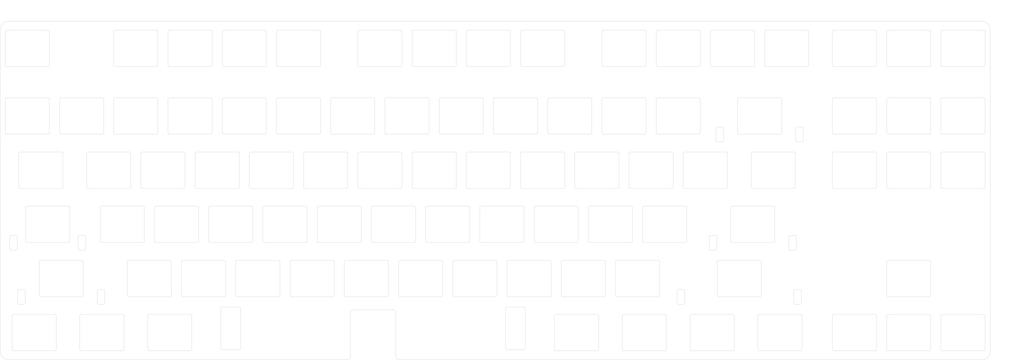
<source format=kicad_pcb>
(kicad_pcb (version 20171130) (host pcbnew 5.1.10)

  (general
    (thickness 1.6)
    (drawings 802)
    (tracks 0)
    (zones 0)
    (modules 0)
    (nets 1)
  )

  (page A4)
  (layers
    (0 F.Cu signal)
    (31 B.Cu signal)
    (32 B.Adhes user)
    (33 F.Adhes user)
    (34 B.Paste user)
    (35 F.Paste user)
    (36 B.SilkS user)
    (37 F.SilkS user)
    (38 B.Mask user)
    (39 F.Mask user)
    (40 Dwgs.User user)
    (41 Cmts.User user)
    (42 Eco1.User user)
    (43 Eco2.User user)
    (44 Edge.Cuts user)
    (45 Margin user)
    (46 B.CrtYd user)
    (47 F.CrtYd user)
    (48 B.Fab user)
    (49 F.Fab user)
  )

  (setup
    (last_trace_width 0.25)
    (trace_clearance 0.2)
    (zone_clearance 0.508)
    (zone_45_only no)
    (trace_min 0.2)
    (via_size 0.8)
    (via_drill 0.4)
    (via_min_size 0.4)
    (via_min_drill 0.3)
    (uvia_size 0.3)
    (uvia_drill 0.1)
    (uvias_allowed no)
    (uvia_min_size 0.2)
    (uvia_min_drill 0.1)
    (edge_width 0.05)
    (segment_width 0.2)
    (pcb_text_width 0.3)
    (pcb_text_size 1.5 1.5)
    (mod_edge_width 0.12)
    (mod_text_size 1 1)
    (mod_text_width 0.15)
    (pad_size 1.524 1.524)
    (pad_drill 0.762)
    (pad_to_mask_clearance 0)
    (aux_axis_origin 0 0)
    (visible_elements FFFFFF7F)
    (pcbplotparams
      (layerselection 0x010fc_ffffffff)
      (usegerberextensions false)
      (usegerberattributes true)
      (usegerberadvancedattributes true)
      (creategerberjobfile true)
      (excludeedgelayer true)
      (linewidth 0.100000)
      (plotframeref false)
      (viasonmask false)
      (mode 1)
      (useauxorigin false)
      (hpglpennumber 1)
      (hpglpenspeed 20)
      (hpglpendiameter 15.000000)
      (psnegative false)
      (psa4output false)
      (plotreference true)
      (plotvalue true)
      (plotinvisibletext false)
      (padsonsilk false)
      (subtractmaskfromsilk false)
      (outputformat 1)
      (mirror false)
      (drillshape 0)
      (scaleselection 1)
      (outputdirectory "gerber"))
  )

  (net 0 "")

  (net_class Default "This is the default net class."
    (clearance 0.2)
    (trace_width 0.25)
    (via_dia 0.8)
    (via_drill 0.4)
    (uvia_dia 0.3)
    (uvia_drill 0.1)
  )

  (dimension 119.0625 (width 0.15) (layer Eco1.User)
    (gr_text "119.062 mm" (at 382.3 92.99375 270) (layer Eco1.User)
      (effects (font (size 1 1) (thickness 0.15)))
    )
    (feature1 (pts (xy 368.75 152.525) (xy 381.586421 152.525)))
    (feature2 (pts (xy 368.75 33.4625) (xy 381.586421 33.4625)))
    (crossbar (pts (xy 381 33.4625) (xy 381 152.525)))
    (arrow1a (pts (xy 381 152.525) (xy 380.413579 151.398496)))
    (arrow1b (pts (xy 381 152.525) (xy 381.586421 151.398496)))
    (arrow2a (pts (xy 381 33.4625) (xy 380.413579 34.589004)))
    (arrow2b (pts (xy 381 33.4625) (xy 381.586421 34.589004)))
  )
  (dimension 347.6625 (width 0.15) (layer Eco1.User)
    (gr_text "347.663 mm" (at 197.91875 26.7) (layer Eco1.User)
      (effects (font (size 1 1) (thickness 0.15)))
    )
    (feature1 (pts (xy 371.75 36.4625) (xy 371.75 27.413579)))
    (feature2 (pts (xy 24.0875 36.4625) (xy 24.0875 27.413579)))
    (crossbar (pts (xy 24.0875 28) (xy 371.75 28)))
    (arrow1a (pts (xy 371.75 28) (xy 370.623496 28.586421)))
    (arrow1b (pts (xy 371.75 28) (xy 370.623496 27.413579)))
    (arrow2a (pts (xy 24.0875 28) (xy 25.214004 28.586421)))
    (arrow2b (pts (xy 24.0875 28) (xy 25.214004 27.413579)))
  )
  (gr_arc (start 262.30875 132.535) (end 261.80875 132.535) (angle -90) (layer Edge.Cuts) (width 0.1))
  (gr_arc (start 107.325 118.05) (end 107.325 117.55) (angle -90) (layer Edge.Cuts) (width 0.1))
  (gr_arc (start 288.3 79.95) (end 288.3 79.45) (angle -90) (layer Edge.Cuts) (width 0.1))
  (gr_arc (start 368.75 149.525) (end 368.75 152.525) (angle -90) (layer Edge.Cuts) (width 0.1))
  (gr_arc (start 31.125 79.95) (end 31.125 79.45) (angle -90) (layer Edge.Cuts) (width 0.1))
  (gr_line (start 83.0125 37.0875) (end 83.0125 48.8875) (layer Edge.Cuts) (width 0.1))
  (gr_line (start 202.05625 134) (end 208.05625 134) (layer Edge.Cuts) (width 0.1))
  (gr_line (start 38.26875 130.35) (end 52.76875 130.35) (layer Edge.Cuts) (width 0.1))
  (gr_arc (start 335.925 79.95) (end 335.925 79.45) (angle -90) (layer Edge.Cuts) (width 0.1))
  (gr_arc (start 274.0125 48.8875) (end 273.5125 48.8875) (angle -90) (layer Edge.Cuts) (width 0.1))
  (gr_arc (start 226.3875 91.75) (end 225.8875 91.75) (angle -90) (layer Edge.Cuts) (width 0.1))
  (gr_arc (start 277.6225 75.385) (end 277.6225 75.885) (angle -90) (layer Edge.Cuts) (width 0.1))
  (gr_arc (start 136.1125 48.8875) (end 136.1125 49.3875) (angle -90) (layer Edge.Cuts) (width 0.1))
  (gr_arc (start 281.15625 99) (end 281.15625 98.5) (angle -90) (layer Edge.Cuts) (width 0.1))
  (gr_line (start 78.25 99) (end 78.25 110.8) (layer Edge.Cuts) (width 0.1))
  (gr_line (start 369.975 72.7) (end 369.975 60.9) (layer Edge.Cuts) (width 0.1))
  (gr_arc (start 257.55625 148.9) (end 257.55625 149.4) (angle -90) (layer Edge.Cuts) (width 0.1))
  (gr_line (start 121.1125 37.0875) (end 121.1125 48.8875) (layer Edge.Cuts) (width 0.1))
  (gr_arc (start 276.39375 118.05) (end 276.39375 117.55) (angle -90) (layer Edge.Cuts) (width 0.1))
  (gr_arc (start 354.975 148.9) (end 354.475 148.9) (angle -90) (layer Edge.Cuts) (width 0.1))
  (gr_arc (start 331.375 37.0875) (end 331.875 37.0875) (angle -90) (layer Edge.Cuts) (width 0.1))
  (gr_line (start 59.7 111.3) (end 74.2 111.3) (layer Edge.Cuts) (width 0.1))
  (gr_arc (start 169.2375 48.8875) (end 168.7375 48.8875) (angle -90) (layer Edge.Cuts) (width 0.1))
  (gr_line (start 250.9125 48.8875) (end 250.9125 37.0875) (layer Edge.Cuts) (width 0.1))
  (gr_arc (start 221.8375 91.75) (end 221.8375 92.25) (angle -90) (layer Edge.Cuts) (width 0.1))
  (gr_arc (start 145.6375 79.95) (end 146.1375 79.95) (angle -90) (layer Edge.Cuts) (width 0.1))
  (gr_line (start 243.05625 149.4) (end 257.55625 149.4) (layer Edge.Cuts) (width 0.1))
  (gr_arc (start 219.24375 137.1) (end 219.24375 136.6) (angle -90) (layer Edge.Cuts) (width 0.1))
  (gr_arc (start 164.6875 91.75) (end 164.6875 92.25) (angle -90) (layer Edge.Cuts) (width 0.1))
  (gr_line (start 335.425 137.1) (end 335.425 148.9) (layer Edge.Cuts) (width 0.1))
  (gr_arc (start 235.9125 37.0875) (end 235.9125 36.5875) (angle -90) (layer Edge.Cuts) (width 0.1))
  (gr_line (start 102.5625 73.2) (end 117.0625 73.2) (layer Edge.Cuts) (width 0.1))
  (gr_arc (start 219.24375 148.9) (end 218.74375 148.9) (angle -90) (layer Edge.Cuts) (width 0.1))
  (gr_line (start 354.475 79.95) (end 354.475 91.75) (layer Edge.Cuts) (width 0.1))
  (gr_line (start 371.75 36.4625) (end 371.75 149.525) (layer Edge.Cuts) (width 0.1))
  (gr_arc (start 48.00625 99) (end 48.50625 99) (angle -90) (layer Edge.Cuts) (width 0.1))
  (gr_arc (start 38.26875 118.05) (end 38.26875 117.55) (angle -90) (layer Edge.Cuts) (width 0.1))
  (gr_line (start 67.05625 136.6) (end 52.55625 136.6) (layer Edge.Cuts) (width 0.1))
  (gr_arc (start 60.35375 128.325) (end 60.85375 128.325) (angle -90) (layer Edge.Cuts) (width 0.1))
  (gr_arc (start 52.55625 137.1) (end 52.55625 136.6) (angle -90) (layer Edge.Cuts) (width 0.1))
  (gr_line (start 117.0625 36.5875) (end 102.5625 36.5875) (layer Edge.Cuts) (width 0.1))
  (gr_line (start 254.4625 60.9) (end 254.4625 72.7) (layer Edge.Cuts) (width 0.1))
  (gr_line (start 90.86875 136.6) (end 76.36875 136.6) (layer Edge.Cuts) (width 0.1))
  (gr_line (start 354.475 37.0875) (end 354.475 48.8875) (layer Edge.Cuts) (width 0.1))
  (gr_arc (start 293.0625 37.0875) (end 293.0625 36.5875) (angle -90) (layer Edge.Cuts) (width 0.1))
  (gr_line (start 241.3875 91.75) (end 241.3875 79.95) (layer Edge.Cuts) (width 0.1))
  (gr_line (start 275.89375 118.05) (end 275.89375 129.85) (layer Edge.Cuts) (width 0.1))
  (gr_arc (start 29.59125 109.275) (end 30.09125 109.275) (angle -90) (layer Edge.Cuts) (width 0.1))
  (gr_line (start 117.5625 72.7) (end 117.5625 60.9) (layer Edge.Cuts) (width 0.1))
  (gr_line (start 183.525 130.35) (end 198.025 130.35) (layer Edge.Cuts) (width 0.1))
  (gr_arc (start 28.74375 137.1) (end 28.74375 136.6) (angle -90) (layer Edge.Cuts) (width 0.1))
  (gr_arc (start 231.3625 72.7) (end 231.3625 73.2) (angle -90) (layer Edge.Cuts) (width 0.1))
  (gr_line (start 155.1625 60.4) (end 140.6625 60.4) (layer Edge.Cuts) (width 0.1))
  (gr_line (start 235.9125 73.2) (end 250.4125 73.2) (layer Edge.Cuts) (width 0.1))
  (gr_line (start 125.875 118.05) (end 125.875 129.85) (layer Edge.Cuts) (width 0.1))
  (gr_line (start 305.6225 70.675) (end 303.9525 70.675) (layer Edge.Cuts) (width 0.1))
  (gr_arc (start 58.68375 132.535) (end 58.18375 132.535) (angle -90) (layer Edge.Cuts) (width 0.1))
  (gr_line (start 112.3 98.5) (end 97.8 98.5) (layer Edge.Cuts) (width 0.1))
  (gr_line (start 53.59125 108.775) (end 51.92125 108.775) (layer Edge.Cuts) (width 0.1))
  (gr_line (start 207.3375 49.3875) (end 221.8375 49.3875) (layer Edge.Cuts) (width 0.1))
  (gr_arc (start 250.2 99) (end 250.2 98.5) (angle -90) (layer Edge.Cuts) (width 0.1))
  (gr_arc (start 136.1125 60.9) (end 136.6125 60.9) (angle -90) (layer Edge.Cuts) (width 0.1))
  (gr_arc (start 121.825 129.85) (end 121.825 130.35) (angle -90) (layer Edge.Cuts) (width 0.1))
  (gr_line (start 208.55625 134.5) (end 208.55625 148.5) (layer Edge.Cuts) (width 0.1))
  (gr_line (start 275.9525 75.885) (end 277.6225 75.885) (layer Edge.Cuts) (width 0.1))
  (gr_line (start 33.00625 99) (end 33.00625 110.8) (layer Edge.Cuts) (width 0.1))
  (gr_arc (start 29.59125 113.485) (end 29.59125 113.985) (angle -90) (layer Edge.Cuts) (width 0.1))
  (gr_arc (start 93.0375 91.75) (end 92.5375 91.75) (angle -90) (layer Edge.Cuts) (width 0.1))
  (gr_line (start 230.65 99) (end 230.65 110.8) (layer Edge.Cuts) (width 0.1))
  (gr_line (start 149.6875 79.95) (end 149.6875 91.75) (layer Edge.Cuts) (width 0.1))
  (gr_arc (start 52.76875 118.05) (end 53.26875 118.05) (angle -90) (layer Edge.Cuts) (width 0.1))
  (gr_line (start 369.975 148.9) (end 369.975 137.1) (layer Edge.Cuts) (width 0.1))
  (gr_arc (start 250.4125 72.7) (end 250.4125 73.2) (angle -90) (layer Edge.Cuts) (width 0.1))
  (gr_line (start 279.4875 91.75) (end 279.4875 79.95) (layer Edge.Cuts) (width 0.1))
  (gr_arc (start 245.4375 91.75) (end 244.9375 91.75) (angle -90) (layer Edge.Cuts) (width 0.1))
  (gr_line (start 169.95 110.8) (end 169.95 99) (layer Edge.Cuts) (width 0.1))
  (gr_arc (start 369.475 37.0875) (end 369.975 37.0875) (angle -90) (layer Edge.Cuts) (width 0.1))
  (gr_line (start 165.1875 91.75) (end 165.1875 79.95) (layer Edge.Cuts) (width 0.1))
  (gr_arc (start 31.125 91.75) (end 30.625 91.75) (angle -90) (layer Edge.Cuts) (width 0.1))
  (gr_line (start 335.925 149.4) (end 350.425 149.4) (layer Edge.Cuts) (width 0.1))
  (gr_arc (start 169.2375 91.75) (end 168.7375 91.75) (angle -90) (layer Edge.Cuts) (width 0.1))
  (gr_arc (start 51.92125 109.275) (end 51.92125 108.775) (angle -90) (layer Edge.Cuts) (width 0.1))
  (gr_arc (start 30.68375 132.535) (end 30.18375 132.535) (angle -90) (layer Edge.Cuts) (width 0.1))
  (gr_arc (start 335.925 118.05) (end 335.925 117.55) (angle -90) (layer Edge.Cuts) (width 0.1))
  (gr_line (start 121.825 117.55) (end 107.325 117.55) (layer Edge.Cuts) (width 0.1))
  (gr_arc (start 159.925 118.05) (end 160.425 118.05) (angle -90) (layer Edge.Cuts) (width 0.1))
  (gr_line (start 245.4375 92.25) (end 259.9375 92.25) (layer Edge.Cuts) (width 0.1))
  (gr_arc (start 53.59125 109.275) (end 54.09125 109.275) (angle -90) (layer Edge.Cuts) (width 0.1))
  (gr_line (start 159.7125 73.2) (end 174.2125 73.2) (layer Edge.Cuts) (width 0.1))
  (gr_line (start 58.18375 128.325) (end 58.18375 132.535) (layer Edge.Cuts) (width 0.1))
  (gr_arc (start 140.875 118.05) (end 141.375 118.05) (angle -90) (layer Edge.Cuts) (width 0.1))
  (gr_line (start 369.475 60.4) (end 354.975 60.4) (layer Edge.Cuts) (width 0.1))
  (gr_line (start 212.3125 60.4) (end 197.8125 60.4) (layer Edge.Cuts) (width 0.1))
  (gr_line (start 45.4125 73.2) (end 59.9125 73.2) (layer Edge.Cuts) (width 0.1))
  (gr_line (start 28.74375 149.4) (end 43.24375 149.4) (layer Edge.Cuts) (width 0.1))
  (gr_line (start 173.5 99) (end 173.5 110.8) (layer Edge.Cuts) (width 0.1))
  (gr_line (start 159.925 117.55) (end 145.425 117.55) (layer Edge.Cuts) (width 0.1))
  (gr_arc (start 26.3625 48.8875) (end 25.8625 48.8875) (angle -90) (layer Edge.Cuts) (width 0.1))
  (gr_line (start 202.075 118.05) (end 202.075 129.85) (layer Edge.Cuts) (width 0.1))
  (gr_arc (start 148.05625 136) (end 148.05625 135) (angle -90) (layer Edge.Cuts) (width 0.1))
  (gr_line (start 293.0625 49.3875) (end 307.5625 49.3875) (layer Edge.Cuts) (width 0.1))
  (gr_arc (start 174.2125 72.7) (end 174.2125 73.2) (angle -90) (layer Edge.Cuts) (width 0.1))
  (gr_arc (start 97.8 110.8) (end 97.3 110.8) (angle -90) (layer Edge.Cuts) (width 0.1))
  (gr_arc (start 350.425 91.75) (end 350.425 92.25) (angle -90) (layer Edge.Cuts) (width 0.1))
  (gr_line (start 250.4125 60.4) (end 235.9125 60.4) (layer Edge.Cuts) (width 0.1))
  (gr_arc (start 164.475 118.05) (end 164.475 117.55) (angle -90) (layer Edge.Cuts) (width 0.1))
  (gr_arc (start 254.9625 48.8875) (end 254.4625 48.8875) (angle -90) (layer Edge.Cuts) (width 0.1))
  (gr_arc (start 303.24125 113.485) (end 303.24125 113.985) (angle -90) (layer Edge.Cuts) (width 0.1))
  (gr_line (start 281.86875 148.9) (end 281.86875 137.1) (layer Edge.Cuts) (width 0.1))
  (gr_arc (start 290.68125 137.1) (end 290.68125 136.6) (angle -90) (layer Edge.Cuts) (width 0.1))
  (gr_line (start 106.825 118.05) (end 106.825 129.85) (layer Edge.Cuts) (width 0.1))
  (gr_arc (start 316.875 137.1) (end 316.875 136.6) (angle -90) (layer Edge.Cuts) (width 0.1))
  (gr_line (start 259.9375 79.45) (end 245.4375 79.45) (layer Edge.Cuts) (width 0.1))
  (gr_line (start 135.4 99) (end 135.4 110.8) (layer Edge.Cuts) (width 0.1))
  (gr_line (start 130.6375 79.95) (end 130.6375 91.75) (layer Edge.Cuts) (width 0.1))
  (gr_arc (start 48.00625 110.8) (end 48.00625 111.3) (angle -90) (layer Edge.Cuts) (width 0.1))
  (gr_arc (start 131.1375 79.95) (end 131.1375 79.45) (angle -90) (layer Edge.Cuts) (width 0.1))
  (gr_arc (start 178.7625 60.9) (end 178.7625 60.4) (angle -90) (layer Edge.Cuts) (width 0.1))
  (gr_line (start 306.1225 75.385) (end 306.1225 71.175) (layer Edge.Cuts) (width 0.1))
  (gr_arc (start 145.425 118.05) (end 145.425 117.55) (angle -90) (layer Edge.Cuts) (width 0.1))
  (gr_arc (start 288.5125 48.8875) (end 288.5125 49.3875) (angle -90) (layer Edge.Cuts) (width 0.1))
  (gr_arc (start 74.2 99) (end 74.7 99) (angle -90) (layer Edge.Cuts) (width 0.1))
  (gr_line (start 274.0125 49.3875) (end 288.5125 49.3875) (layer Edge.Cuts) (width 0.1))
  (gr_line (start 43.74375 148.9) (end 43.74375 137.1) (layer Edge.Cuts) (width 0.1))
  (gr_arc (start 154.95 110.8) (end 154.45 110.8) (angle -90) (layer Edge.Cuts) (width 0.1))
  (gr_arc (start 27.0875 149.525) (end 24.0875 149.525) (angle -90) (layer Edge.Cuts) (width 0.1))
  (gr_arc (start 254.9625 72.7) (end 254.4625 72.7) (angle -90) (layer Edge.Cuts) (width 0.1))
  (gr_arc (start 112.0875 79.95) (end 112.0875 79.45) (angle -90) (layer Edge.Cuts) (width 0.1))
  (gr_line (start 260.4375 91.75) (end 260.4375 79.95) (layer Edge.Cuts) (width 0.1))
  (gr_line (start 244.9375 79.95) (end 244.9375 91.75) (layer Edge.Cuts) (width 0.1))
  (gr_line (start 245.65 98.5) (end 231.15 98.5) (layer Edge.Cuts) (width 0.1))
  (gr_arc (start 290.89375 118.05) (end 291.39375 118.05) (angle -90) (layer Edge.Cuts) (width 0.1))
  (gr_arc (start 69.4375 79.95) (end 69.9375 79.95) (angle -90) (layer Edge.Cuts) (width 0.1))
  (gr_line (start 164.6875 79.45) (end 150.1875 79.45) (layer Edge.Cuts) (width 0.1))
  (gr_line (start 262.30875 133.035) (end 263.97875 133.035) (layer Edge.Cuts) (width 0.1))
  (gr_arc (start 67.05625 137.1) (end 67.55625 137.1) (angle -90) (layer Edge.Cuts) (width 0.1))
  (gr_arc (start 235.9125 60.9) (end 235.9125 60.4) (angle -90) (layer Edge.Cuts) (width 0.1))
  (gr_arc (start 307.5625 48.8875) (end 307.5625 49.3875) (angle -90) (layer Edge.Cuts) (width 0.1))
  (gr_line (start 202.575 130.35) (end 217.075 130.35) (layer Edge.Cuts) (width 0.1))
  (gr_arc (start 174 110.8) (end 173.5 110.8) (angle -90) (layer Edge.Cuts) (width 0.1))
  (gr_line (start 140.875 117.55) (end 126.375 117.55) (layer Edge.Cuts) (width 0.1))
  (gr_line (start 331.875 91.75) (end 331.875 79.95) (layer Edge.Cuts) (width 0.1))
  (gr_line (start 135.9 111.3) (end 150.4 111.3) (layer Edge.Cuts) (width 0.1))
  (gr_line (start 281.15625 111.3) (end 295.65625 111.3) (layer Edge.Cuts) (width 0.1))
  (gr_arc (start 73.9875 91.75) (end 73.4875 91.75) (angle -90) (layer Edge.Cuts) (width 0.1))
  (gr_arc (start 275.9525 75.385) (end 275.4525 75.385) (angle -90) (layer Edge.Cuts) (width 0.1))
  (gr_line (start 221.8375 79.45) (end 207.3375 79.45) (layer Edge.Cuts) (width 0.1))
  (gr_arc (start 298.0375 60.9) (end 298.5375 60.9) (angle -90) (layer Edge.Cuts) (width 0.1))
  (gr_arc (start 307.5625 37.0875) (end 308.0625 37.0875) (angle -90) (layer Edge.Cuts) (width 0.1))
  (gr_arc (start 28.74375 148.9) (end 28.24375 148.9) (angle -90) (layer Edge.Cuts) (width 0.1))
  (gr_arc (start 331.375 72.7) (end 331.375 73.2) (angle -90) (layer Edge.Cuts) (width 0.1))
  (gr_arc (start 59.9125 60.9) (end 60.4125 60.9) (angle -90) (layer Edge.Cuts) (width 0.1))
  (gr_arc (start 305.6225 71.175) (end 306.1225 71.175) (angle -90) (layer Edge.Cuts) (width 0.1))
  (gr_line (start 265.2 110.8) (end 265.2 99) (layer Edge.Cuts) (width 0.1))
  (gr_arc (start 150.1875 37.0875) (end 150.1875 36.5875) (angle -90) (layer Edge.Cuts) (width 0.1))
  (gr_line (start 63.9625 37.0875) (end 63.9625 48.8875) (layer Edge.Cuts) (width 0.1))
  (gr_line (start 222.3375 48.8875) (end 222.3375 37.0875) (layer Edge.Cuts) (width 0.1))
  (gr_line (start 146.1375 91.75) (end 146.1375 79.95) (layer Edge.Cuts) (width 0.1))
  (gr_arc (start 155.1625 60.9) (end 155.6625 60.9) (angle -90) (layer Edge.Cuts) (width 0.1))
  (gr_line (start 103.275 129.85) (end 103.275 118.05) (layer Edge.Cuts) (width 0.1))
  (gr_arc (start 197.8125 72.7) (end 197.3125 72.7) (angle -90) (layer Edge.Cuts) (width 0.1))
  (gr_arc (start 207.55 110.8) (end 207.55 111.3) (angle -90) (layer Edge.Cuts) (width 0.1))
  (gr_arc (start 354.975 79.95) (end 354.975 79.45) (angle -90) (layer Edge.Cuts) (width 0.1))
  (gr_arc (start 154.95 99) (end 154.95 98.5) (angle -90) (layer Edge.Cuts) (width 0.1))
  (gr_line (start 116.35 99) (end 116.35 110.8) (layer Edge.Cuts) (width 0.1))
  (gr_arc (start 278.9875 79.95) (end 279.4875 79.95) (angle -90) (layer Edge.Cuts) (width 0.1))
  (gr_arc (start 276.39375 129.85) (end 275.89375 129.85) (angle -90) (layer Edge.Cuts) (width 0.1))
  (gr_arc (start 303.9525 75.385) (end 303.4525 75.385) (angle -90) (layer Edge.Cuts) (width 0.1))
  (gr_line (start 235.4125 37.0875) (end 235.4125 48.8875) (layer Edge.Cuts) (width 0.1))
  (gr_arc (start 304.97875 128.325) (end 305.47875 128.325) (angle -90) (layer Edge.Cuts) (width 0.1))
  (gr_arc (start 83.5125 72.7) (end 83.0125 72.7) (angle -90) (layer Edge.Cuts) (width 0.1))
  (gr_line (start 25.8625 37.0875) (end 25.8625 48.8875) (layer Edge.Cuts) (width 0.1))
  (gr_arc (start 331.375 137.1) (end 331.875 137.1) (angle -90) (layer Edge.Cuts) (width 0.1))
  (gr_arc (start 216.8625 60.9) (end 216.8625 60.4) (angle -90) (layer Edge.Cuts) (width 0.1))
  (gr_arc (start 43.24375 148.9) (end 43.24375 149.4) (angle -90) (layer Edge.Cuts) (width 0.1))
  (gr_arc (start 212.1 110.8) (end 211.6 110.8) (angle -90) (layer Edge.Cuts) (width 0.1))
  (gr_line (start 316.375 60.9) (end 316.375 72.7) (layer Edge.Cuts) (width 0.1))
  (gr_line (start 154.45 99) (end 154.45 110.8) (layer Edge.Cuts) (width 0.1))
  (gr_line (start 179.475 129.85) (end 179.475 118.05) (layer Edge.Cuts) (width 0.1))
  (gr_line (start 102.5625 49.3875) (end 117.0625 49.3875) (layer Edge.Cuts) (width 0.1))
  (gr_line (start 30.18375 128.325) (end 30.18375 132.535) (layer Edge.Cuts) (width 0.1))
  (gr_arc (start 298.0375 72.7) (end 298.0375 73.2) (angle -90) (layer Edge.Cuts) (width 0.1))
  (gr_arc (start 263.97875 128.325) (end 264.47875 128.325) (angle -90) (layer Edge.Cuts) (width 0.1))
  (gr_line (start 198.025 117.55) (end 183.525 117.55) (layer Edge.Cuts) (width 0.1))
  (gr_line (start 93.75 110.8) (end 93.75 99) (layer Edge.Cuts) (width 0.1))
  (gr_line (start 117.0625 60.4) (end 102.5625 60.4) (layer Edge.Cuts) (width 0.1))
  (gr_arc (start 164.6875 79.95) (end 165.1875 79.95) (angle -90) (layer Edge.Cuts) (width 0.1))
  (gr_arc (start 169.45 110.8) (end 169.45 111.3) (angle -90) (layer Edge.Cuts) (width 0.1))
  (gr_line (start 298.0375 60.4) (end 283.5375 60.4) (layer Edge.Cuts) (width 0.1))
  (gr_arc (start 126.375 129.85) (end 125.875 129.85) (angle -90) (layer Edge.Cuts) (width 0.1))
  (gr_arc (start 250.4125 48.8875) (end 250.4125 49.3875) (angle -90) (layer Edge.Cuts) (width 0.1))
  (gr_arc (start 275.9525 71.175) (end 275.9525 70.675) (angle -90) (layer Edge.Cuts) (width 0.1))
  (gr_line (start 303.30875 133.035) (end 304.97875 133.035) (layer Edge.Cuts) (width 0.1))
  (gr_arc (start 45.4125 72.7) (end 44.9125 72.7) (angle -90) (layer Edge.Cuts) (width 0.1))
  (gr_arc (start 202.05625 134.5) (end 202.05625 134) (angle -90) (layer Edge.Cuts) (width 0.1))
  (gr_line (start 74.7 110.8) (end 74.7 99) (layer Edge.Cuts) (width 0.1))
  (gr_line (start 150.1875 92.25) (end 164.6875 92.25) (layer Edge.Cuts) (width 0.1))
  (gr_arc (start 27.92125 113.485) (end 27.42125 113.485) (angle -90) (layer Edge.Cuts) (width 0.1))
  (gr_arc (start 305.6225 75.385) (end 305.6225 75.885) (angle -90) (layer Edge.Cuts) (width 0.1))
  (gr_arc (start 135.9 110.8) (end 135.4 110.8) (angle -90) (layer Edge.Cuts) (width 0.1))
  (gr_line (start 26.3625 73.2) (end 40.8625 73.2) (layer Edge.Cuts) (width 0.1))
  (gr_arc (start 269.4625 48.8875) (end 269.4625 49.3875) (angle -90) (layer Edge.Cuts) (width 0.1))
  (gr_line (start 264.7 98.5) (end 250.2 98.5) (layer Edge.Cuts) (width 0.1))
  (gr_arc (start 226.6 110.8) (end 226.6 111.3) (angle -90) (layer Edge.Cuts) (width 0.1))
  (gr_line (start 29.59125 108.775) (end 27.92125 108.775) (layer Edge.Cuts) (width 0.1))
  (gr_arc (start 83.725 129.85) (end 83.725 130.35) (angle -90) (layer Edge.Cuts) (width 0.1))
  (gr_arc (start 121.6125 72.7) (end 121.1125 72.7) (angle -90) (layer Edge.Cuts) (width 0.1))
  (gr_arc (start 52.76875 129.85) (end 52.76875 130.35) (angle -90) (layer Edge.Cuts) (width 0.1))
  (gr_line (start 269.4625 60.4) (end 254.9625 60.4) (layer Edge.Cuts) (width 0.1))
  (gr_line (start 78.75 111.3) (end 93.25 111.3) (layer Edge.Cuts) (width 0.1))
  (gr_arc (start 283.5375 60.9) (end 283.5375 60.4) (angle -90) (layer Edge.Cuts) (width 0.1))
  (gr_line (start 83.5125 49.3875) (end 98.0125 49.3875) (layer Edge.Cuts) (width 0.1))
  (gr_line (start 206.8375 79.95) (end 206.8375 91.75) (layer Edge.Cuts) (width 0.1))
  (gr_line (start 74.2 98.5) (end 59.7 98.5) (layer Edge.Cuts) (width 0.1))
  (gr_arc (start 40.8625 72.7) (end 40.8625 73.2) (angle -90) (layer Edge.Cuts) (width 0.1))
  (gr_line (start 212.8125 72.7) (end 212.8125 60.9) (layer Edge.Cuts) (width 0.1))
  (gr_arc (start 350.425 137.1) (end 350.925 137.1) (angle -90) (layer Edge.Cuts) (width 0.1))
  (gr_arc (start 126.375 118.05) (end 126.375 117.55) (angle -90) (layer Edge.Cuts) (width 0.1))
  (gr_arc (start 88.4875 91.75) (end 88.4875 92.25) (angle -90) (layer Edge.Cuts) (width 0.1))
  (gr_arc (start 40.8625 60.9) (end 41.3625 60.9) (angle -90) (layer Edge.Cuts) (width 0.1))
  (gr_line (start 331.875 148.9) (end 331.875 137.1) (layer Edge.Cuts) (width 0.1))
  (gr_line (start 291.39375 129.85) (end 291.39375 118.05) (layer Edge.Cuts) (width 0.1))
  (gr_arc (start 102.5625 72.7) (end 102.0625 72.7) (angle -90) (layer Edge.Cuts) (width 0.1))
  (gr_line (start 221.625 130.35) (end 236.125 130.35) (layer Edge.Cuts) (width 0.1))
  (gr_line (start 30.09125 113.485) (end 30.09125 109.275) (layer Edge.Cuts) (width 0.1))
  (gr_line (start 98.0125 36.5875) (end 83.5125 36.5875) (layer Edge.Cuts) (width 0.1))
  (gr_line (start 226.6 98.5) (end 212.1 98.5) (layer Edge.Cuts) (width 0.1))
  (gr_line (start 369.475 36.5875) (end 354.975 36.5875) (layer Edge.Cuts) (width 0.1))
  (gr_line (start 83.725 117.55) (end 69.225 117.55) (layer Edge.Cuts) (width 0.1))
  (gr_arc (start 305.18125 148.9) (end 305.18125 149.4) (angle -90) (layer Edge.Cuts) (width 0.1))
  (gr_line (start 269.4625 36.5875) (end 254.9625 36.5875) (layer Edge.Cuts) (width 0.1))
  (gr_line (start 335.425 79.95) (end 335.425 91.75) (layer Edge.Cuts) (width 0.1))
  (gr_line (start 350.425 117.55) (end 335.925 117.55) (layer Edge.Cuts) (width 0.1))
  (gr_line (start 131.85 110.8) (end 131.85 99) (layer Edge.Cuts) (width 0.1))
  (gr_line (start 41.3625 72.7) (end 41.3625 60.9) (layer Edge.Cuts) (width 0.1))
  (gr_arc (start 202.575 118.05) (end 202.575 117.55) (angle -90) (layer Edge.Cuts) (width 0.1))
  (gr_line (start 165.1875 48.8875) (end 165.1875 37.0875) (layer Edge.Cuts) (width 0.1))
  (gr_line (start 131.1375 92.25) (end 145.6375 92.25) (layer Edge.Cuts) (width 0.1))
  (gr_line (start 231.3625 60.4) (end 216.8625 60.4) (layer Edge.Cuts) (width 0.1))
  (gr_line (start 88.275 130.35) (end 102.775 130.35) (layer Edge.Cuts) (width 0.1))
  (gr_line (start 183.7375 36.5875) (end 169.2375 36.5875) (layer Edge.Cuts) (width 0.1))
  (gr_arc (start 136.1125 72.7) (end 136.1125 73.2) (angle -90) (layer Edge.Cuts) (width 0.1))
  (gr_arc (start 102.05625 134.5) (end 102.05625 134) (angle -90) (layer Edge.Cuts) (width 0.1))
  (gr_line (start 254.9625 49.3875) (end 269.4625 49.3875) (layer Edge.Cuts) (width 0.1))
  (gr_arc (start 295.65625 110.8) (end 295.65625 111.3) (angle -90) (layer Edge.Cuts) (width 0.1))
  (gr_arc (start 275.24125 109.275) (end 275.74125 109.275) (angle -90) (layer Edge.Cuts) (width 0.1))
  (gr_line (start 316.875 73.2) (end 331.375 73.2) (layer Edge.Cuts) (width 0.1))
  (gr_arc (start 354.975 48.8875) (end 354.475 48.8875) (angle -90) (layer Edge.Cuts) (width 0.1))
  (gr_arc (start 164.6875 37.0875) (end 165.1875 37.0875) (angle -90) (layer Edge.Cuts) (width 0.1))
  (gr_arc (start 331.375 60.9) (end 331.875 60.9) (angle -90) (layer Edge.Cuts) (width 0.1))
  (gr_arc (start 245.65 99) (end 246.15 99) (angle -90) (layer Edge.Cuts) (width 0.1))
  (gr_arc (start 150.1875 48.8875) (end 149.6875 48.8875) (angle -90) (layer Edge.Cuts) (width 0.1))
  (gr_line (start 131.35 98.5) (end 116.85 98.5) (layer Edge.Cuts) (width 0.1))
  (gr_line (start 335.425 37.0875) (end 335.425 48.8875) (layer Edge.Cuts) (width 0.1))
  (gr_line (start 121.1125 60.9) (end 121.1125 72.7) (layer Edge.Cuts) (width 0.1))
  (gr_line (start 296.15625 110.8) (end 296.15625 99) (layer Edge.Cuts) (width 0.1))
  (gr_line (start 98.5125 48.8875) (end 98.5125 37.0875) (layer Edge.Cuts) (width 0.1))
  (gr_line (start 98.5125 72.7) (end 98.5125 60.9) (layer Edge.Cuts) (width 0.1))
  (gr_line (start 266.86875 149.4) (end 281.36875 149.4) (layer Edge.Cuts) (width 0.1))
  (gr_line (start 255.175 117.55) (end 240.675 117.55) (layer Edge.Cuts) (width 0.1))
  (gr_line (start 226.3875 92.25) (end 240.8875 92.25) (layer Edge.Cuts) (width 0.1))
  (gr_line (start 197.8125 73.2) (end 212.3125 73.2) (layer Edge.Cuts) (width 0.1))
  (gr_line (start 54.09125 113.485) (end 54.09125 109.275) (layer Edge.Cuts) (width 0.1))
  (gr_arc (start 188.2875 37.0875) (end 188.2875 36.5875) (angle -90) (layer Edge.Cuts) (width 0.1))
  (gr_line (start 207.55 98.5) (end 193.05 98.5) (layer Edge.Cuts) (width 0.1))
  (gr_line (start 127.0875 91.75) (end 127.0875 79.95) (layer Edge.Cuts) (width 0.1))
  (gr_line (start 53.26875 129.85) (end 53.26875 118.05) (layer Edge.Cuts) (width 0.1))
  (gr_line (start 27.92125 113.985) (end 29.59125 113.985) (layer Edge.Cuts) (width 0.1))
  (gr_arc (start 350.425 48.8875) (end 350.425 49.3875) (angle -90) (layer Edge.Cuts) (width 0.1))
  (gr_line (start 216.3625 60.9) (end 216.3625 72.7) (layer Edge.Cuts) (width 0.1))
  (gr_arc (start 126.5875 79.95) (end 127.0875 79.95) (angle -90) (layer Edge.Cuts) (width 0.1))
  (gr_line (start 121.6125 49.3875) (end 136.1125 49.3875) (layer Edge.Cuts) (width 0.1))
  (gr_line (start 52.55625 149.4) (end 67.05625 149.4) (layer Edge.Cuts) (width 0.1))
  (gr_line (start 145.425 130.35) (end 159.925 130.35) (layer Edge.Cuts) (width 0.1))
  (gr_line (start 187.7875 79.95) (end 187.7875 91.75) (layer Edge.Cuts) (width 0.1))
  (gr_arc (start 93.25 110.8) (end 93.25 111.3) (angle -90) (layer Edge.Cuts) (width 0.1))
  (gr_arc (start 226.6 99) (end 227.1 99) (angle -90) (layer Edge.Cuts) (width 0.1))
  (gr_arc (start 150.4 99) (end 150.9 99) (angle -90) (layer Edge.Cuts) (width 0.1))
  (gr_line (start 193.05 111.3) (end 207.55 111.3) (layer Edge.Cuts) (width 0.1))
  (gr_line (start 136.6125 72.7) (end 136.6125 60.9) (layer Edge.Cuts) (width 0.1))
  (gr_line (start 145.6375 79.45) (end 131.1375 79.45) (layer Edge.Cuts) (width 0.1))
  (gr_line (start 369.975 48.8875) (end 369.975 37.0875) (layer Edge.Cuts) (width 0.1))
  (gr_arc (start 259.9375 79.95) (end 260.4375 79.95) (angle -90) (layer Edge.Cuts) (width 0.1))
  (gr_arc (start 98.0125 37.0875) (end 98.5125 37.0875) (angle -90) (layer Edge.Cuts) (width 0.1))
  (gr_arc (start 240.8875 79.95) (end 241.3875 79.95) (angle -90) (layer Edge.Cuts) (width 0.1))
  (gr_line (start 217.075 117.55) (end 202.575 117.55) (layer Edge.Cuts) (width 0.1))
  (gr_arc (start 150.4 110.8) (end 150.4 111.3) (angle -90) (layer Edge.Cuts) (width 0.1))
  (gr_line (start 141.375 129.85) (end 141.375 118.05) (layer Edge.Cuts) (width 0.1))
  (gr_arc (start 159.925 129.85) (end 159.925 130.35) (angle -90) (layer Edge.Cuts) (width 0.1))
  (gr_line (start 302.8 79.45) (end 288.3 79.45) (layer Edge.Cuts) (width 0.1))
  (gr_arc (start 295.65625 99) (end 296.15625 99) (angle -90) (layer Edge.Cuts) (width 0.1))
  (gr_line (start 112.8 110.8) (end 112.8 99) (layer Edge.Cuts) (width 0.1))
  (gr_arc (start 335.925 129.85) (end 335.425 129.85) (angle -90) (layer Edge.Cuts) (width 0.1))
  (gr_line (start 303.3 91.75) (end 303.3 79.95) (layer Edge.Cuts) (width 0.1))
  (gr_line (start 277.6225 70.675) (end 275.9525 70.675) (layer Edge.Cuts) (width 0.1))
  (gr_arc (start 108.05625 148.5) (end 108.05625 149) (angle -90) (layer Edge.Cuts) (width 0.1))
  (gr_line (start 206.8375 37.0875) (end 206.8375 48.8875) (layer Edge.Cuts) (width 0.1))
  (gr_arc (start 264.4875 79.95) (end 264.4875 79.45) (angle -90) (layer Edge.Cuts) (width 0.1))
  (gr_line (start 160.425 129.85) (end 160.425 118.05) (layer Edge.Cuts) (width 0.1))
  (gr_line (start 246.15 110.8) (end 246.15 99) (layer Edge.Cuts) (width 0.1))
  (gr_line (start 25.8625 60.9) (end 25.8625 72.7) (layer Edge.Cuts) (width 0.1))
  (gr_line (start 43.24375 136.6) (end 28.74375 136.6) (layer Edge.Cuts) (width 0.1))
  (gr_arc (start 354.975 137.1) (end 354.975 136.6) (angle -90) (layer Edge.Cuts) (width 0.1))
  (gr_arc (start 53.59125 113.485) (end 53.59125 113.985) (angle -90) (layer Edge.Cuts) (width 0.1))
  (gr_arc (start 269.4625 60.9) (end 269.9625 60.9) (angle -90) (layer Edge.Cuts) (width 0.1))
  (gr_line (start 168.7375 79.95) (end 168.7375 91.75) (layer Edge.Cuts) (width 0.1))
  (gr_arc (start 301.57125 109.275) (end 301.57125 108.775) (angle -90) (layer Edge.Cuts) (width 0.1))
  (gr_line (start 54.4375 79.95) (end 54.4375 91.75) (layer Edge.Cuts) (width 0.1))
  (gr_arc (start 54.9375 79.95) (end 54.9375 79.45) (angle -90) (layer Edge.Cuts) (width 0.1))
  (gr_arc (start 208.05625 148.5) (end 208.05625 149) (angle -90) (layer Edge.Cuts) (width 0.1))
  (gr_line (start 45.625 79.45) (end 31.125 79.45) (layer Edge.Cuts) (width 0.1))
  (gr_line (start 87.775 118.05) (end 87.775 129.85) (layer Edge.Cuts) (width 0.1))
  (gr_arc (start 266.86875 137.1) (end 266.86875 136.6) (angle -90) (layer Edge.Cuts) (width 0.1))
  (gr_arc (start 273.57125 113.485) (end 273.07125 113.485) (angle -90) (layer Edge.Cuts) (width 0.1))
  (gr_arc (start 64.4625 48.8875) (end 63.9625 48.8875) (angle -90) (layer Edge.Cuts) (width 0.1))
  (gr_arc (start 335.925 48.8875) (end 335.425 48.8875) (angle -90) (layer Edge.Cuts) (width 0.1))
  (gr_line (start 305.47875 132.535) (end 305.47875 128.325) (layer Edge.Cuts) (width 0.1))
  (gr_line (start 269.9625 72.7) (end 269.9625 60.9) (layer Edge.Cuts) (width 0.1))
  (gr_arc (start 64.4625 60.9) (end 64.4625 60.4) (angle -90) (layer Edge.Cuts) (width 0.1))
  (gr_line (start 278.9875 79.45) (end 264.4875 79.45) (layer Edge.Cuts) (width 0.1))
  (gr_arc (start 140.6625 60.9) (end 140.6625 60.4) (angle -90) (layer Edge.Cuts) (width 0.1))
  (gr_line (start 235.9125 49.3875) (end 250.4125 49.3875) (layer Edge.Cuts) (width 0.1))
  (gr_arc (start 331.375 48.8875) (end 331.375 49.3875) (angle -90) (layer Edge.Cuts) (width 0.1))
  (gr_arc (start 193.2625 60.9) (end 193.7625 60.9) (angle -90) (layer Edge.Cuts) (width 0.1))
  (gr_line (start 350.925 72.7) (end 350.925 60.9) (layer Edge.Cuts) (width 0.1))
  (gr_line (start 316.375 37.0875) (end 316.375 48.8875) (layer Edge.Cuts) (width 0.1))
  (gr_arc (start 262.30875 128.325) (end 262.30875 127.825) (angle -90) (layer Edge.Cuts) (width 0.1))
  (gr_arc (start 350.425 37.0875) (end 350.925 37.0875) (angle -90) (layer Edge.Cuts) (width 0.1))
  (gr_arc (start 290.68125 148.9) (end 290.18125 148.9) (angle -90) (layer Edge.Cuts) (width 0.1))
  (gr_line (start 240.8875 79.45) (end 226.3875 79.45) (layer Edge.Cuts) (width 0.1))
  (gr_line (start 30.68375 133.035) (end 32.35375 133.035) (layer Edge.Cuts) (width 0.1))
  (gr_arc (start 131.35 99) (end 131.85 99) (angle -90) (layer Edge.Cuts) (width 0.1))
  (gr_arc (start 107.5375 79.95) (end 108.0375 79.95) (angle -90) (layer Edge.Cuts) (width 0.1))
  (gr_arc (start 43.24375 137.1) (end 43.74375 137.1) (angle -90) (layer Edge.Cuts) (width 0.1))
  (gr_line (start 278.1225 75.385) (end 278.1225 71.175) (layer Edge.Cuts) (width 0.1))
  (gr_arc (start 202.575 129.85) (end 202.075 129.85) (angle -90) (layer Edge.Cuts) (width 0.1))
  (gr_arc (start 32.35375 128.325) (end 32.85375 128.325) (angle -90) (layer Edge.Cuts) (width 0.1))
  (gr_arc (start 354.975 37.0875) (end 354.975 36.5875) (angle -90) (layer Edge.Cuts) (width 0.1))
  (gr_arc (start 193.05 110.8) (end 192.55 110.8) (angle -90) (layer Edge.Cuts) (width 0.1))
  (gr_line (start 350.425 79.45) (end 335.925 79.45) (layer Edge.Cuts) (width 0.1))
  (gr_arc (start 140.6625 72.7) (end 140.1625 72.7) (angle -90) (layer Edge.Cuts) (width 0.1))
  (gr_line (start 316.375 79.95) (end 316.375 91.75) (layer Edge.Cuts) (width 0.1))
  (gr_line (start 178.975 117.55) (end 164.475 117.55) (layer Edge.Cuts) (width 0.1))
  (gr_line (start 303.24125 108.775) (end 301.57125 108.775) (layer Edge.Cuts) (width 0.1))
  (gr_arc (start 221.8375 79.95) (end 222.3375 79.95) (angle -90) (layer Edge.Cuts) (width 0.1))
  (gr_line (start 155.6625 72.7) (end 155.6625 60.9) (layer Edge.Cuts) (width 0.1))
  (gr_arc (start 146.05625 151.525) (end 146.05625 152.525) (angle -90) (layer Edge.Cuts) (width 0.1))
  (gr_line (start 188.2875 49.3875) (end 202.7875 49.3875) (layer Edge.Cuts) (width 0.1))
  (gr_arc (start 117.0625 37.0875) (end 117.5625 37.0875) (angle -90) (layer Edge.Cuts) (width 0.1))
  (gr_line (start 97.8 111.3) (end 112.3 111.3) (layer Edge.Cuts) (width 0.1))
  (gr_line (start 369.975 91.75) (end 369.975 79.95) (layer Edge.Cuts) (width 0.1))
  (gr_line (start 24.0875 149.525) (end 24.0875 36.4625) (layer Edge.Cuts) (width 0.1))
  (gr_line (start 136.6125 48.8875) (end 136.6125 37.0875) (layer Edge.Cuts) (width 0.1))
  (gr_line (start 350.925 148.9) (end 350.925 137.1) (layer Edge.Cuts) (width 0.1))
  (gr_arc (start 243.05625 148.9) (end 242.55625 148.9) (angle -90) (layer Edge.Cuts) (width 0.1))
  (gr_arc (start 257.55625 137.1) (end 258.05625 137.1) (angle -90) (layer Edge.Cuts) (width 0.1))
  (gr_arc (start 263.97875 132.535) (end 263.97875 133.035) (angle -90) (layer Edge.Cuts) (width 0.1))
  (gr_line (start 126.375 130.35) (end 140.875 130.35) (layer Edge.Cuts) (width 0.1))
  (gr_line (start 250.4125 36.5875) (end 235.9125 36.5875) (layer Edge.Cuts) (width 0.1))
  (gr_line (start 79.4625 48.8875) (end 79.4625 37.0875) (layer Edge.Cuts) (width 0.1))
  (gr_arc (start 121.6125 37.0875) (end 121.6125 36.5875) (angle -90) (layer Edge.Cuts) (width 0.1))
  (gr_arc (start 303.30875 132.535) (end 302.80875 132.535) (angle -90) (layer Edge.Cuts) (width 0.1))
  (gr_arc (start 117.0625 60.9) (end 117.5625 60.9) (angle -90) (layer Edge.Cuts) (width 0.1))
  (gr_line (start 266.36875 137.1) (end 266.36875 148.9) (layer Edge.Cuts) (width 0.1))
  (gr_line (start 52.05625 137.1) (end 52.05625 148.9) (layer Edge.Cuts) (width 0.1))
  (gr_arc (start 233.74375 137.1) (end 234.24375 137.1) (angle -90) (layer Edge.Cuts) (width 0.1))
  (gr_arc (start 335.925 91.75) (end 335.425 91.75) (angle -90) (layer Edge.Cuts) (width 0.1))
  (gr_arc (start 235.9125 48.8875) (end 235.4125 48.8875) (angle -90) (layer Edge.Cuts) (width 0.1))
  (gr_arc (start 159.7125 60.9) (end 159.7125 60.4) (angle -90) (layer Edge.Cuts) (width 0.1))
  (gr_arc (start 40.8625 48.8875) (end 40.8625 49.3875) (angle -90) (layer Edge.Cuts) (width 0.1))
  (gr_arc (start 45.625 91.75) (end 45.625 92.25) (angle -90) (layer Edge.Cuts) (width 0.1))
  (gr_arc (start 107.5375 91.75) (end 107.5375 92.25) (angle -90) (layer Edge.Cuts) (width 0.1))
  (gr_arc (start 303.30875 128.325) (end 303.30875 127.825) (angle -90) (layer Edge.Cuts) (width 0.1))
  (gr_arc (start 73.9875 79.95) (end 73.9875 79.45) (angle -90) (layer Edge.Cuts) (width 0.1))
  (gr_arc (start 316.875 48.8875) (end 316.375 48.8875) (angle -90) (layer Edge.Cuts) (width 0.1))
  (gr_line (start 189 110.8) (end 189 99) (layer Edge.Cuts) (width 0.1))
  (gr_line (start 335.925 130.35) (end 350.425 130.35) (layer Edge.Cuts) (width 0.1))
  (gr_arc (start 69.225 118.05) (end 69.225 117.55) (angle -90) (layer Edge.Cuts) (width 0.1))
  (gr_arc (start 145.425 129.85) (end 144.925 129.85) (angle -90) (layer Edge.Cuts) (width 0.1))
  (gr_line (start 307.5625 36.5875) (end 293.0625 36.5875) (layer Edge.Cuts) (width 0.1))
  (gr_arc (start 354.975 91.75) (end 354.475 91.75) (angle -90) (layer Edge.Cuts) (width 0.1))
  (gr_line (start 78.9625 36.5875) (end 64.4625 36.5875) (layer Edge.Cuts) (width 0.1))
  (gr_line (start 208.05 110.8) (end 208.05 99) (layer Edge.Cuts) (width 0.1))
  (gr_line (start 354.475 137.1) (end 354.475 148.9) (layer Edge.Cuts) (width 0.1))
  (gr_arc (start 169.2375 79.95) (end 169.2375 79.45) (angle -90) (layer Edge.Cuts) (width 0.1))
  (gr_arc (start 281.36875 148.9) (end 281.36875 149.4) (angle -90) (layer Edge.Cuts) (width 0.1))
  (gr_arc (start 255.175 118.05) (end 255.675 118.05) (angle -90) (layer Edge.Cuts) (width 0.1))
  (gr_line (start 112.0875 92.25) (end 126.5875 92.25) (layer Edge.Cuts) (width 0.1))
  (gr_line (start 149.6875 37.0875) (end 149.6875 48.8875) (layer Edge.Cuts) (width 0.1))
  (gr_arc (start 350.425 118.05) (end 350.925 118.05) (angle -90) (layer Edge.Cuts) (width 0.1))
  (gr_line (start 305.18125 136.6) (end 290.68125 136.6) (layer Edge.Cuts) (width 0.1))
  (gr_arc (start 202.05625 148.5) (end 201.55625 148.5) (angle -90) (layer Edge.Cuts) (width 0.1))
  (gr_line (start 275.74125 113.485) (end 275.74125 109.275) (layer Edge.Cuts) (width 0.1))
  (gr_arc (start 331.375 91.75) (end 331.375 92.25) (angle -90) (layer Edge.Cuts) (width 0.1))
  (gr_line (start 102.775 117.55) (end 88.275 117.55) (layer Edge.Cuts) (width 0.1))
  (gr_line (start 292.5625 37.0875) (end 292.5625 48.8875) (layer Edge.Cuts) (width 0.1))
  (gr_arc (start 159.7125 72.7) (end 159.2125 72.7) (angle -90) (layer Edge.Cuts) (width 0.1))
  (gr_line (start 354.975 49.3875) (end 369.475 49.3875) (layer Edge.Cuts) (width 0.1))
  (gr_arc (start 93.0375 79.95) (end 93.0375 79.45) (angle -90) (layer Edge.Cuts) (width 0.1))
  (gr_arc (start 78.9625 37.0875) (end 79.4625 37.0875) (angle -90) (layer Edge.Cuts) (width 0.1))
  (gr_line (start 198.525 129.85) (end 198.525 118.05) (layer Edge.Cuts) (width 0.1))
  (gr_arc (start 27.92125 109.275) (end 27.92125 108.775) (angle -90) (layer Edge.Cuts) (width 0.1))
  (gr_arc (start 275.24125 113.485) (end 275.24125 113.985) (angle -90) (layer Edge.Cuts) (width 0.1))
  (gr_line (start 261.80875 128.325) (end 261.80875 132.535) (layer Edge.Cuts) (width 0.1))
  (gr_line (start 221.125 118.05) (end 221.125 129.85) (layer Edge.Cuts) (width 0.1))
  (gr_arc (start 131.35 110.8) (end 131.35 111.3) (angle -90) (layer Edge.Cuts) (width 0.1))
  (gr_arc (start 64.4625 72.7) (end 63.9625 72.7) (angle -90) (layer Edge.Cuts) (width 0.1))
  (gr_arc (start 288.5125 37.0875) (end 289.0125 37.0875) (angle -90) (layer Edge.Cuts) (width 0.1))
  (gr_arc (start 335.925 137.1) (end 335.925 136.6) (angle -90) (layer Edge.Cuts) (width 0.1))
  (gr_line (start 102.0625 37.0875) (end 102.0625 48.8875) (layer Edge.Cuts) (width 0.1))
  (gr_line (start 163.05625 136) (end 163.05625 151.525) (layer Edge.Cuts) (width 0.1))
  (gr_line (start 354.475 60.9) (end 354.475 72.7) (layer Edge.Cuts) (width 0.1))
  (gr_line (start 59.9125 60.4) (end 45.4125 60.4) (layer Edge.Cuts) (width 0.1))
  (gr_line (start 108.0375 91.75) (end 108.0375 79.95) (layer Edge.Cuts) (width 0.1))
  (gr_arc (start 78.9625 48.8875) (end 78.9625 49.3875) (angle -90) (layer Edge.Cuts) (width 0.1))
  (gr_arc (start 193.2625 72.7) (end 193.2625 73.2) (angle -90) (layer Edge.Cuts) (width 0.1))
  (gr_line (start 240.175 118.05) (end 240.175 129.85) (layer Edge.Cuts) (width 0.1))
  (gr_line (start 60.85375 132.535) (end 60.85375 128.325) (layer Edge.Cuts) (width 0.1))
  (gr_line (start 67.55625 148.9) (end 67.55625 137.1) (layer Edge.Cuts) (width 0.1))
  (gr_arc (start 164.475 129.85) (end 163.975 129.85) (angle -90) (layer Edge.Cuts) (width 0.1))
  (gr_arc (start 240.8875 91.75) (end 240.8875 92.25) (angle -90) (layer Edge.Cuts) (width 0.1))
  (gr_arc (start 316.875 79.95) (end 316.875 79.45) (angle -90) (layer Edge.Cuts) (width 0.1))
  (gr_line (start 150.4 98.5) (end 135.9 98.5) (layer Edge.Cuts) (width 0.1))
  (gr_arc (start 226.3875 79.95) (end 226.3875 79.45) (angle -90) (layer Edge.Cuts) (width 0.1))
  (gr_line (start 264.47875 132.535) (end 264.47875 128.325) (layer Edge.Cuts) (width 0.1))
  (gr_arc (start 107.325 129.85) (end 106.825 129.85) (angle -90) (layer Edge.Cuts) (width 0.1))
  (gr_line (start 331.375 136.6) (end 316.875 136.6) (layer Edge.Cuts) (width 0.1))
  (gr_line (start 331.875 72.7) (end 331.875 60.9) (layer Edge.Cuts) (width 0.1))
  (gr_arc (start 83.5125 60.9) (end 83.5125 60.4) (angle -90) (layer Edge.Cuts) (width 0.1))
  (gr_line (start 150.1875 49.3875) (end 164.6875 49.3875) (layer Edge.Cuts) (width 0.1))
  (gr_line (start 254.9625 73.2) (end 269.4625 73.2) (layer Edge.Cuts) (width 0.1))
  (gr_arc (start 59.9125 72.7) (end 59.9125 73.2) (angle -90) (layer Edge.Cuts) (width 0.1))
  (gr_line (start 283.5375 73.2) (end 298.0375 73.2) (layer Edge.Cuts) (width 0.1))
  (gr_arc (start 269.4625 72.7) (end 269.4625 73.2) (angle -90) (layer Edge.Cuts) (width 0.1))
  (gr_line (start 350.925 129.85) (end 350.925 118.05) (layer Edge.Cuts) (width 0.1))
  (gr_line (start 164.475 130.35) (end 178.975 130.35) (layer Edge.Cuts) (width 0.1))
  (gr_line (start 140.6625 73.2) (end 155.1625 73.2) (layer Edge.Cuts) (width 0.1))
  (gr_line (start 188.5 98.5) (end 174 98.5) (layer Edge.Cuts) (width 0.1))
  (gr_line (start 140.1625 60.9) (end 140.1625 72.7) (layer Edge.Cuts) (width 0.1))
  (gr_line (start 290.68125 149.4) (end 305.18125 149.4) (layer Edge.Cuts) (width 0.1))
  (gr_line (start 117.5625 48.8875) (end 117.5625 37.0875) (layer Edge.Cuts) (width 0.1))
  (gr_arc (start 58.68375 128.325) (end 58.68375 127.825) (angle -90) (layer Edge.Cuts) (width 0.1))
  (gr_arc (start 198.025 129.85) (end 198.025 130.35) (angle -90) (layer Edge.Cuts) (width 0.1))
  (gr_line (start 91.36875 148.9) (end 91.36875 137.1) (layer Edge.Cuts) (width 0.1))
  (gr_line (start 164.6875 36.5875) (end 150.1875 36.5875) (layer Edge.Cuts) (width 0.1))
  (gr_arc (start 212.3125 72.7) (end 212.3125 73.2) (angle -90) (layer Edge.Cuts) (width 0.1))
  (gr_arc (start 74.2 110.8) (end 74.2 111.3) (angle -90) (layer Edge.Cuts) (width 0.1))
  (gr_arc (start 202.7875 48.8875) (end 202.7875 49.3875) (angle -90) (layer Edge.Cuts) (width 0.1))
  (gr_arc (start 369.475 72.7) (end 369.475 73.2) (angle -90) (layer Edge.Cuts) (width 0.1))
  (gr_line (start 234.24375 148.9) (end 234.24375 137.1) (layer Edge.Cuts) (width 0.1))
  (gr_arc (start 331.375 79.95) (end 331.875 79.95) (angle -90) (layer Edge.Cuts) (width 0.1))
  (gr_arc (start 250.4125 60.9) (end 250.9125 60.9) (angle -90) (layer Edge.Cuts) (width 0.1))
  (gr_arc (start 304.97875 132.535) (end 304.97875 133.035) (angle -90) (layer Edge.Cuts) (width 0.1))
  (gr_line (start 207.3375 92.25) (end 221.8375 92.25) (layer Edge.Cuts) (width 0.1))
  (gr_line (start 331.375 60.4) (end 316.875 60.4) (layer Edge.Cuts) (width 0.1))
  (gr_line (start 301.57125 113.985) (end 303.24125 113.985) (layer Edge.Cuts) (width 0.1))
  (gr_line (start 32.85375 132.535) (end 32.85375 128.325) (layer Edge.Cuts) (width 0.1))
  (gr_line (start 216.8625 73.2) (end 231.3625 73.2) (layer Edge.Cuts) (width 0.1))
  (gr_arc (start 369.475 137.1) (end 369.975 137.1) (angle -90) (layer Edge.Cuts) (width 0.1))
  (gr_arc (start 202.7875 37.0875) (end 203.2875 37.0875) (angle -90) (layer Edge.Cuts) (width 0.1))
  (gr_line (start 154.95 111.3) (end 169.45 111.3) (layer Edge.Cuts) (width 0.1))
  (gr_line (start 298.5375 72.7) (end 298.5375 60.9) (layer Edge.Cuts) (width 0.1))
  (gr_line (start 78.9625 60.4) (end 64.4625 60.4) (layer Edge.Cuts) (width 0.1))
  (gr_line (start 225.8875 79.95) (end 225.8875 91.75) (layer Edge.Cuts) (width 0.1))
  (gr_arc (start 207.55 99) (end 208.05 99) (angle -90) (layer Edge.Cuts) (width 0.1))
  (gr_line (start 60.4125 72.7) (end 60.4125 60.9) (layer Edge.Cuts) (width 0.1))
  (gr_arc (start 188.5 99) (end 189 99) (angle -90) (layer Edge.Cuts) (width 0.1))
  (gr_arc (start 169.45 99) (end 169.95 99) (angle -90) (layer Edge.Cuts) (width 0.1))
  (gr_line (start 301.07125 109.275) (end 301.07125 113.485) (layer Edge.Cuts) (width 0.1))
  (gr_arc (start 350.425 129.85) (end 350.425 130.35) (angle -90) (layer Edge.Cuts) (width 0.1))
  (gr_arc (start 116.85 110.8) (end 116.35 110.8) (angle -90) (layer Edge.Cuts) (width 0.1))
  (gr_arc (start 112.0875 91.75) (end 111.5875 91.75) (angle -90) (layer Edge.Cuts) (width 0.1))
  (gr_line (start 126.5875 79.45) (end 112.0875 79.45) (layer Edge.Cuts) (width 0.1))
  (gr_line (start 174.2125 60.4) (end 159.7125 60.4) (layer Edge.Cuts) (width 0.1))
  (gr_arc (start 178.975 129.85) (end 178.975 130.35) (angle -90) (layer Edge.Cuts) (width 0.1))
  (gr_line (start 111.5875 79.95) (end 111.5875 91.75) (layer Edge.Cuts) (width 0.1))
  (gr_line (start 350.425 60.4) (end 335.925 60.4) (layer Edge.Cuts) (width 0.1))
  (gr_line (start 44.9125 60.9) (end 44.9125 72.7) (layer Edge.Cuts) (width 0.1))
  (gr_line (start 250.9125 72.7) (end 250.9125 60.9) (layer Edge.Cuts) (width 0.1))
  (gr_arc (start 183.525 129.85) (end 183.025 129.85) (angle -90) (layer Edge.Cuts) (width 0.1))
  (gr_line (start 107.5375 79.45) (end 93.0375 79.45) (layer Edge.Cuts) (width 0.1))
  (gr_arc (start 169.2375 37.0875) (end 169.2375 36.5875) (angle -90) (layer Edge.Cuts) (width 0.1))
  (gr_arc (start 278.9875 91.75) (end 278.9875 92.25) (angle -90) (layer Edge.Cuts) (width 0.1))
  (gr_line (start 107.325 130.35) (end 121.825 130.35) (layer Edge.Cuts) (width 0.1))
  (gr_arc (start 121.825 118.05) (end 122.325 118.05) (angle -90) (layer Edge.Cuts) (width 0.1))
  (gr_line (start 302.80875 128.325) (end 302.80875 132.535) (layer Edge.Cuts) (width 0.1))
  (gr_arc (start 90.86875 137.1) (end 91.36875 137.1) (angle -90) (layer Edge.Cuts) (width 0.1))
  (gr_arc (start 216.8625 72.7) (end 216.3625 72.7) (angle -90) (layer Edge.Cuts) (width 0.1))
  (gr_arc (start 183.525 118.05) (end 183.525 117.55) (angle -90) (layer Edge.Cuts) (width 0.1))
  (gr_line (start 221.8375 36.5875) (end 207.3375 36.5875) (layer Edge.Cuts) (width 0.1))
  (gr_line (start 174.7125 72.7) (end 174.7125 60.9) (layer Edge.Cuts) (width 0.1))
  (gr_arc (start 369.475 60.9) (end 369.975 60.9) (angle -90) (layer Edge.Cuts) (width 0.1))
  (gr_line (start 275.4525 71.175) (end 275.4525 75.385) (layer Edge.Cuts) (width 0.1))
  (gr_line (start 64.4625 73.2) (end 78.9625 73.2) (layer Edge.Cuts) (width 0.1))
  (gr_arc (start 335.925 148.9) (end 335.425 148.9) (angle -90) (layer Edge.Cuts) (width 0.1))
  (gr_line (start 144.925 118.05) (end 144.925 129.85) (layer Edge.Cuts) (width 0.1))
  (gr_arc (start 368.75 36.4625) (end 371.75 36.4625) (angle -90) (layer Edge.Cuts) (width 0.1))
  (gr_arc (start 335.925 60.9) (end 335.925 60.4) (angle -90) (layer Edge.Cuts) (width 0.1))
  (gr_line (start 258.05625 148.9) (end 258.05625 137.1) (layer Edge.Cuts) (width 0.1))
  (gr_line (start 249.7 99) (end 249.7 110.8) (layer Edge.Cuts) (width 0.1))
  (gr_arc (start 221.8375 48.8875) (end 221.8375 49.3875) (angle -90) (layer Edge.Cuts) (width 0.1))
  (gr_line (start 59.2 99) (end 59.2 110.8) (layer Edge.Cuts) (width 0.1))
  (gr_line (start 136.1125 60.4) (end 121.6125 60.4) (layer Edge.Cuts) (width 0.1))
  (gr_arc (start 369.475 148.9) (end 369.475 149.4) (angle -90) (layer Edge.Cuts) (width 0.1))
  (gr_line (start 46.125 91.75) (end 46.125 79.95) (layer Edge.Cuts) (width 0.1))
  (gr_line (start 98.0125 60.4) (end 83.5125 60.4) (layer Edge.Cuts) (width 0.1))
  (gr_line (start 305.68125 148.9) (end 305.68125 137.1) (layer Edge.Cuts) (width 0.1))
  (gr_line (start 193.7625 72.7) (end 193.7625 60.9) (layer Edge.Cuts) (width 0.1))
  (gr_line (start 217.575 129.85) (end 217.575 118.05) (layer Edge.Cuts) (width 0.1))
  (gr_arc (start 221.8375 37.0875) (end 222.3375 37.0875) (angle -90) (layer Edge.Cuts) (width 0.1))
  (gr_line (start 303.74125 113.485) (end 303.74125 109.275) (layer Edge.Cuts) (width 0.1))
  (gr_arc (start 273.57125 109.275) (end 273.57125 108.775) (angle -90) (layer Edge.Cuts) (width 0.1))
  (gr_arc (start 112.3 99) (end 112.8 99) (angle -90) (layer Edge.Cuts) (width 0.1))
  (gr_line (start 331.375 79.45) (end 316.875 79.45) (layer Edge.Cuts) (width 0.1))
  (gr_arc (start 208.05625 134.5) (end 208.55625 134.5) (angle -90) (layer Edge.Cuts) (width 0.1))
  (gr_arc (start 102.5625 37.0875) (end 102.5625 36.5875) (angle -90) (layer Edge.Cuts) (width 0.1))
  (gr_arc (start 183.7375 79.95) (end 184.2375 79.95) (angle -90) (layer Edge.Cuts) (width 0.1))
  (gr_line (start 273.57125 113.985) (end 275.24125 113.985) (layer Edge.Cuts) (width 0.1))
  (gr_line (start 148.05625 135) (end 162.05625 135) (layer Edge.Cuts) (width 0.1))
  (gr_line (start 58.68375 133.035) (end 60.35375 133.035) (layer Edge.Cuts) (width 0.1))
  (gr_arc (start 140.875 129.85) (end 140.875 130.35) (angle -90) (layer Edge.Cuts) (width 0.1))
  (gr_line (start 335.425 60.9) (end 335.425 72.7) (layer Edge.Cuts) (width 0.1))
  (gr_arc (start 102.05625 148.5) (end 101.55625 148.5) (angle -90) (layer Edge.Cuts) (width 0.1))
  (gr_line (start 30.625 79.95) (end 30.625 91.75) (layer Edge.Cuts) (width 0.1))
  (gr_arc (start 102.5625 60.9) (end 102.5625 60.4) (angle -90) (layer Edge.Cuts) (width 0.1))
  (gr_line (start 102.05625 134) (end 108.05625 134) (layer Edge.Cuts) (width 0.1))
  (gr_line (start 276.39375 130.35) (end 290.89375 130.35) (layer Edge.Cuts) (width 0.1))
  (gr_arc (start 188.2875 79.95) (end 188.2875 79.45) (angle -90) (layer Edge.Cuts) (width 0.1))
  (gr_arc (start 117.0625 48.8875) (end 117.0625 49.3875) (angle -90) (layer Edge.Cuts) (width 0.1))
  (gr_line (start 69.225 130.35) (end 83.725 130.35) (layer Edge.Cuts) (width 0.1))
  (gr_line (start 275.24125 108.775) (end 273.57125 108.775) (layer Edge.Cuts) (width 0.1))
  (gr_arc (start 117.0625 72.7) (end 117.0625 73.2) (angle -90) (layer Edge.Cuts) (width 0.1))
  (gr_arc (start 277.6225 71.175) (end 278.1225 71.175) (angle -90) (layer Edge.Cuts) (width 0.1))
  (gr_arc (start 183.7375 48.8875) (end 183.7375 49.3875) (angle -90) (layer Edge.Cuts) (width 0.1))
  (gr_arc (start 45.625 79.95) (end 46.125 79.95) (angle -90) (layer Edge.Cuts) (width 0.1))
  (gr_arc (start 369.475 79.95) (end 369.975 79.95) (angle -90) (layer Edge.Cuts) (width 0.1))
  (gr_line (start 73.9875 92.25) (end 88.4875 92.25) (layer Edge.Cuts) (width 0.1))
  (gr_line (start 27.0875 33.4625) (end 368.75 33.4625) (layer Edge.Cuts) (width 0.1))
  (gr_arc (start 90.86875 148.9) (end 90.86875 149.4) (angle -90) (layer Edge.Cuts) (width 0.1))
  (gr_line (start 231.8625 72.7) (end 231.8625 60.9) (layer Edge.Cuts) (width 0.1))
  (gr_line (start 368.75 152.525) (end 164.05625 152.525) (layer Edge.Cuts) (width 0.1))
  (gr_arc (start 135.9 99) (end 135.9 98.5) (angle -90) (layer Edge.Cuts) (width 0.1))
  (gr_arc (start 231.15 99) (end 231.15 98.5) (angle -90) (layer Edge.Cuts) (width 0.1))
  (gr_line (start 54.9375 92.25) (end 69.4375 92.25) (layer Edge.Cuts) (width 0.1))
  (gr_arc (start 83.5125 48.8875) (end 83.0125 48.8875) (angle -90) (layer Edge.Cuts) (width 0.1))
  (gr_line (start 69.9375 91.75) (end 69.9375 79.95) (layer Edge.Cuts) (width 0.1))
  (gr_line (start 83.5125 73.2) (end 98.0125 73.2) (layer Edge.Cuts) (width 0.1))
  (gr_arc (start 202.7875 91.75) (end 202.7875 92.25) (angle -90) (layer Edge.Cuts) (width 0.1))
  (gr_line (start 273.5125 37.0875) (end 273.5125 48.8875) (layer Edge.Cuts) (width 0.1))
  (gr_arc (start 233.74375 148.9) (end 233.74375 149.4) (angle -90) (layer Edge.Cuts) (width 0.1))
  (gr_line (start 75.86875 137.1) (end 75.86875 148.9) (layer Edge.Cuts) (width 0.1))
  (gr_line (start 192.55 99) (end 192.55 110.8) (layer Edge.Cuts) (width 0.1))
  (gr_arc (start 290.89375 129.85) (end 290.89375 130.35) (angle -90) (layer Edge.Cuts) (width 0.1))
  (gr_arc (start 126.5875 91.75) (end 126.5875 92.25) (angle -90) (layer Edge.Cuts) (width 0.1))
  (gr_line (start 281.36875 136.6) (end 266.86875 136.6) (layer Edge.Cuts) (width 0.1))
  (gr_arc (start 350.425 60.9) (end 350.925 60.9) (angle -90) (layer Edge.Cuts) (width 0.1))
  (gr_line (start 32.35375 127.825) (end 30.68375 127.825) (layer Edge.Cuts) (width 0.1))
  (gr_arc (start 221.625 129.85) (end 221.125 129.85) (angle -90) (layer Edge.Cuts) (width 0.1))
  (gr_line (start 257.55625 136.6) (end 243.05625 136.6) (layer Edge.Cuts) (width 0.1))
  (gr_arc (start 78.9625 60.9) (end 79.4625 60.9) (angle -90) (layer Edge.Cuts) (width 0.1))
  (gr_line (start 236.625 129.85) (end 236.625 118.05) (layer Edge.Cuts) (width 0.1))
  (gr_line (start 169.2375 92.25) (end 183.7375 92.25) (layer Edge.Cuts) (width 0.1))
  (gr_arc (start 155.1625 72.7) (end 155.1625 73.2) (angle -90) (layer Edge.Cuts) (width 0.1))
  (gr_arc (start 231.15 110.8) (end 230.65 110.8) (angle -90) (layer Edge.Cuts) (width 0.1))
  (gr_arc (start 254.9625 60.9) (end 254.9625 60.4) (angle -90) (layer Edge.Cuts) (width 0.1))
  (gr_line (start 136.1125 36.5875) (end 121.6125 36.5875) (layer Edge.Cuts) (width 0.1))
  (gr_line (start 68.725 118.05) (end 68.725 129.85) (layer Edge.Cuts) (width 0.1))
  (gr_arc (start 274.0125 37.0875) (end 274.0125 36.5875) (angle -90) (layer Edge.Cuts) (width 0.1))
  (gr_arc (start 112.3 110.8) (end 112.3 111.3) (angle -90) (layer Edge.Cuts) (width 0.1))
  (gr_line (start 60.35375 127.825) (end 58.68375 127.825) (layer Edge.Cuts) (width 0.1))
  (gr_arc (start 183.7375 37.0875) (end 184.2375 37.0875) (angle -90) (layer Edge.Cuts) (width 0.1))
  (gr_line (start 178.2625 60.9) (end 178.2625 72.7) (layer Edge.Cuts) (width 0.1))
  (gr_arc (start 264.7 99) (end 265.2 99) (angle -90) (layer Edge.Cuts) (width 0.1))
  (gr_line (start 218.74375 137.1) (end 218.74375 148.9) (layer Edge.Cuts) (width 0.1))
  (gr_arc (start 98.0125 72.7) (end 98.0125 73.2) (angle -90) (layer Edge.Cuts) (width 0.1))
  (gr_line (start 288.3 92.25) (end 302.8 92.25) (layer Edge.Cuts) (width 0.1))
  (gr_line (start 31.125 92.25) (end 45.625 92.25) (layer Edge.Cuts) (width 0.1))
  (gr_arc (start 245.65 110.8) (end 245.65 111.3) (angle -90) (layer Edge.Cuts) (width 0.1))
  (gr_arc (start 174.2125 60.9) (end 174.7125 60.9) (angle -90) (layer Edge.Cuts) (width 0.1))
  (gr_arc (start 45.4125 60.9) (end 45.4125 60.4) (angle -90) (layer Edge.Cuts) (width 0.1))
  (gr_arc (start 235.9125 72.7) (end 235.4125 72.7) (angle -90) (layer Edge.Cuts) (width 0.1))
  (gr_line (start 369.475 79.45) (end 354.975 79.45) (layer Edge.Cuts) (width 0.1))
  (gr_line (start 308.0625 48.8875) (end 308.0625 37.0875) (layer Edge.Cuts) (width 0.1))
  (gr_arc (start 236.125 129.85) (end 236.125 130.35) (angle -90) (layer Edge.Cuts) (width 0.1))
  (gr_arc (start 316.875 148.9) (end 316.375 148.9) (angle -90) (layer Edge.Cuts) (width 0.1))
  (gr_line (start 178.7625 73.2) (end 193.2625 73.2) (layer Edge.Cuts) (width 0.1))
  (gr_line (start 187.7875 37.0875) (end 187.7875 48.8875) (layer Edge.Cuts) (width 0.1))
  (gr_line (start 290.18125 137.1) (end 290.18125 148.9) (layer Edge.Cuts) (width 0.1))
  (gr_line (start 290.89375 117.55) (end 276.39375 117.55) (layer Edge.Cuts) (width 0.1))
  (gr_arc (start 202.7875 79.95) (end 203.2875 79.95) (angle -90) (layer Edge.Cuts) (width 0.1))
  (gr_arc (start 78.75 99) (end 78.75 98.5) (angle -90) (layer Edge.Cuts) (width 0.1))
  (gr_line (start 184.2375 48.8875) (end 184.2375 37.0875) (layer Edge.Cuts) (width 0.1))
  (gr_line (start 335.425 118.05) (end 335.425 129.85) (layer Edge.Cuts) (width 0.1))
  (gr_arc (start 240.675 118.05) (end 240.675 117.55) (angle -90) (layer Edge.Cuts) (width 0.1))
  (gr_line (start 48.00625 98.5) (end 33.50625 98.5) (layer Edge.Cuts) (width 0.1))
  (gr_arc (start 136.1125 37.0875) (end 136.6125 37.0875) (angle -90) (layer Edge.Cuts) (width 0.1))
  (gr_line (start 264.4875 92.25) (end 278.9875 92.25) (layer Edge.Cuts) (width 0.1))
  (gr_arc (start 69.225 129.85) (end 68.725 129.85) (angle -90) (layer Edge.Cuts) (width 0.1))
  (gr_line (start 183.7375 79.45) (end 169.2375 79.45) (layer Edge.Cuts) (width 0.1))
  (gr_arc (start 76.36875 137.1) (end 76.36875 136.6) (angle -90) (layer Edge.Cuts) (width 0.1))
  (gr_arc (start 259.9375 91.75) (end 259.9375 92.25) (angle -90) (layer Edge.Cuts) (width 0.1))
  (gr_arc (start 207.3375 79.95) (end 207.3375 79.45) (angle -90) (layer Edge.Cuts) (width 0.1))
  (gr_arc (start 59.7 99) (end 59.7 98.5) (angle -90) (layer Edge.Cuts) (width 0.1))
  (gr_arc (start 83.5125 37.0875) (end 83.5125 36.5875) (angle -90) (layer Edge.Cuts) (width 0.1))
  (gr_line (start 316.875 49.3875) (end 331.375 49.3875) (layer Edge.Cuts) (width 0.1))
  (gr_arc (start 369.475 91.75) (end 369.475 92.25) (angle -90) (layer Edge.Cuts) (width 0.1))
  (gr_line (start 116.85 111.3) (end 131.35 111.3) (layer Edge.Cuts) (width 0.1))
  (gr_line (start 79.4625 72.7) (end 79.4625 60.9) (layer Edge.Cuts) (width 0.1))
  (gr_arc (start 266.86875 148.9) (end 266.36875 148.9) (angle -90) (layer Edge.Cuts) (width 0.1))
  (gr_arc (start 269.4625 37.0875) (end 269.9625 37.0875) (angle -90) (layer Edge.Cuts) (width 0.1))
  (gr_arc (start 301.57125 113.485) (end 301.07125 113.485) (angle -90) (layer Edge.Cuts) (width 0.1))
  (gr_arc (start 64.4625 37.0875) (end 64.4625 36.5875) (angle -90) (layer Edge.Cuts) (width 0.1))
  (gr_arc (start 212.3125 60.9) (end 212.8125 60.9) (angle -90) (layer Edge.Cuts) (width 0.1))
  (gr_line (start 69.4375 79.45) (end 54.9375 79.45) (layer Edge.Cuts) (width 0.1))
  (gr_line (start 280.65625 99) (end 280.65625 110.8) (layer Edge.Cuts) (width 0.1))
  (gr_arc (start 54.9375 91.75) (end 54.4375 91.75) (angle -90) (layer Edge.Cuts) (width 0.1))
  (gr_arc (start 250.4125 37.0875) (end 250.9125 37.0875) (angle -90) (layer Edge.Cuts) (width 0.1))
  (gr_line (start 354.975 73.2) (end 369.475 73.2) (layer Edge.Cuts) (width 0.1))
  (gr_line (start 184.2375 91.75) (end 184.2375 79.95) (layer Edge.Cuts) (width 0.1))
  (gr_line (start 331.375 36.5875) (end 316.875 36.5875) (layer Edge.Cuts) (width 0.1))
  (gr_line (start 97.3 99) (end 97.3 110.8) (layer Edge.Cuts) (width 0.1))
  (gr_line (start 289.0125 48.8875) (end 289.0125 37.0875) (layer Edge.Cuts) (width 0.1))
  (gr_line (start 102.0625 60.9) (end 102.0625 72.7) (layer Edge.Cuts) (width 0.1))
  (gr_arc (start 188.2875 91.75) (end 187.7875 91.75) (angle -90) (layer Edge.Cuts) (width 0.1))
  (gr_line (start 369.475 136.6) (end 354.975 136.6) (layer Edge.Cuts) (width 0.1))
  (gr_arc (start 255.175 129.85) (end 255.175 130.35) (angle -90) (layer Edge.Cuts) (width 0.1))
  (gr_arc (start 83.725 118.05) (end 84.225 118.05) (angle -90) (layer Edge.Cuts) (width 0.1))
  (gr_arc (start 302.8 79.95) (end 303.3 79.95) (angle -90) (layer Edge.Cuts) (width 0.1))
  (gr_arc (start 331.375 148.9) (end 331.375 149.4) (angle -90) (layer Edge.Cuts) (width 0.1))
  (gr_arc (start 145.6375 91.75) (end 145.6375 92.25) (angle -90) (layer Edge.Cuts) (width 0.1))
  (gr_arc (start 78.9625 72.7) (end 78.9625 73.2) (angle -90) (layer Edge.Cuts) (width 0.1))
  (gr_line (start 183.025 118.05) (end 183.025 129.85) (layer Edge.Cuts) (width 0.1))
  (gr_arc (start 250.2 110.8) (end 249.7 110.8) (angle -90) (layer Edge.Cuts) (width 0.1))
  (gr_arc (start 32.35375 132.535) (end 32.35375 133.035) (angle -90) (layer Edge.Cuts) (width 0.1))
  (gr_line (start 51.92125 113.985) (end 53.59125 113.985) (layer Edge.Cuts) (width 0.1))
  (gr_line (start 219.24375 149.4) (end 233.74375 149.4) (layer Edge.Cuts) (width 0.1))
  (gr_line (start 203.2875 48.8875) (end 203.2875 37.0875) (layer Edge.Cuts) (width 0.1))
  (gr_line (start 201.55625 148.5) (end 201.55625 134.5) (layer Edge.Cuts) (width 0.1))
  (gr_arc (start 207.3375 37.0875) (end 207.3375 36.5875) (angle -90) (layer Edge.Cuts) (width 0.1))
  (gr_line (start 40.8625 60.4) (end 26.3625 60.4) (layer Edge.Cuts) (width 0.1))
  (gr_arc (start 59.7 110.8) (end 59.2 110.8) (angle -90) (layer Edge.Cuts) (width 0.1))
  (gr_arc (start 97.8 99) (end 97.8 98.5) (angle -90) (layer Edge.Cuts) (width 0.1))
  (gr_line (start 63.9625 60.9) (end 63.9625 72.7) (layer Edge.Cuts) (width 0.1))
  (gr_line (start 303.4525 71.175) (end 303.4525 75.385) (layer Edge.Cuts) (width 0.1))
  (gr_arc (start 197.8125 60.9) (end 197.8125 60.4) (angle -90) (layer Edge.Cuts) (width 0.1))
  (gr_arc (start 369.475 48.8875) (end 369.475 49.3875) (angle -90) (layer Edge.Cuts) (width 0.1))
  (gr_line (start 211.6 99) (end 211.6 110.8) (layer Edge.Cuts) (width 0.1))
  (gr_arc (start 350.425 72.7) (end 350.425 73.2) (angle -90) (layer Edge.Cuts) (width 0.1))
  (gr_line (start 354.975 92.25) (end 369.475 92.25) (layer Edge.Cuts) (width 0.1))
  (gr_line (start 147.05625 151.525) (end 147.05625 136) (layer Edge.Cuts) (width 0.1))
  (gr_arc (start 335.925 37.0875) (end 335.925 36.5875) (angle -90) (layer Edge.Cuts) (width 0.1))
  (gr_arc (start 26.3625 37.0875) (end 26.3625 36.5875) (angle -90) (layer Edge.Cuts) (width 0.1))
  (gr_line (start 304.97875 127.825) (end 303.30875 127.825) (layer Edge.Cuts) (width 0.1))
  (gr_arc (start 76.36875 148.9) (end 75.86875 148.9) (angle -90) (layer Edge.Cuts) (width 0.1))
  (gr_line (start 283.0375 60.9) (end 283.0375 72.7) (layer Edge.Cuts) (width 0.1))
  (gr_line (start 350.425 36.5875) (end 335.925 36.5875) (layer Edge.Cuts) (width 0.1))
  (gr_arc (start 98.0125 60.9) (end 98.5125 60.9) (angle -90) (layer Edge.Cuts) (width 0.1))
  (gr_line (start 212.1 111.3) (end 226.6 111.3) (layer Edge.Cuts) (width 0.1))
  (gr_line (start 33.50625 111.3) (end 48.00625 111.3) (layer Edge.Cuts) (width 0.1))
  (gr_line (start 93.0375 92.25) (end 107.5375 92.25) (layer Edge.Cuts) (width 0.1))
  (gr_line (start 121.6125 73.2) (end 136.1125 73.2) (layer Edge.Cuts) (width 0.1))
  (gr_arc (start 116.85 99) (end 116.85 98.5) (angle -90) (layer Edge.Cuts) (width 0.1))
  (gr_arc (start 69.4375 91.75) (end 69.4375 92.25) (angle -90) (layer Edge.Cuts) (width 0.1))
  (gr_arc (start 121.6125 48.8875) (end 121.1125 48.8875) (angle -90) (layer Edge.Cuts) (width 0.1))
  (gr_arc (start 354.975 60.9) (end 354.975 60.4) (angle -90) (layer Edge.Cuts) (width 0.1))
  (gr_arc (start 264.7 110.8) (end 264.7 111.3) (angle -90) (layer Edge.Cuts) (width 0.1))
  (gr_arc (start 350.425 148.9) (end 350.425 149.4) (angle -90) (layer Edge.Cuts) (width 0.1))
  (gr_arc (start 354.975 72.7) (end 354.475 72.7) (angle -90) (layer Edge.Cuts) (width 0.1))
  (gr_arc (start 30.68375 128.325) (end 30.68375 127.825) (angle -90) (layer Edge.Cuts) (width 0.1))
  (gr_arc (start 243.05625 137.1) (end 243.05625 136.6) (angle -90) (layer Edge.Cuts) (width 0.1))
  (gr_arc (start 183.7375 91.75) (end 183.7375 92.25) (angle -90) (layer Edge.Cuts) (width 0.1))
  (gr_line (start 73.4875 79.95) (end 73.4875 91.75) (layer Edge.Cuts) (width 0.1))
  (gr_line (start 227.1 110.8) (end 227.1 99) (layer Edge.Cuts) (width 0.1))
  (gr_arc (start 240.675 129.85) (end 240.175 129.85) (angle -90) (layer Edge.Cuts) (width 0.1))
  (gr_arc (start 305.18125 137.1) (end 305.68125 137.1) (angle -90) (layer Edge.Cuts) (width 0.1))
  (gr_arc (start 164.6875 48.8875) (end 164.6875 49.3875) (angle -90) (layer Edge.Cuts) (width 0.1))
  (gr_line (start 101.55625 148.5) (end 101.55625 134.5) (layer Edge.Cuts) (width 0.1))
  (gr_line (start 88.9875 91.75) (end 88.9875 79.95) (layer Edge.Cuts) (width 0.1))
  (gr_arc (start 51.92125 113.485) (end 51.42125 113.485) (angle -90) (layer Edge.Cuts) (width 0.1))
  (gr_arc (start 303.9525 71.175) (end 303.9525 70.675) (angle -90) (layer Edge.Cuts) (width 0.1))
  (gr_arc (start 231.3625 60.9) (end 231.8625 60.9) (angle -90) (layer Edge.Cuts) (width 0.1))
  (gr_line (start 350.925 91.75) (end 350.925 79.95) (layer Edge.Cuts) (width 0.1))
  (gr_line (start 240.675 130.35) (end 255.175 130.35) (layer Edge.Cuts) (width 0.1))
  (gr_line (start 202.7875 79.45) (end 188.2875 79.45) (layer Edge.Cuts) (width 0.1))
  (gr_line (start 169.45 98.5) (end 154.95 98.5) (layer Edge.Cuts) (width 0.1))
  (gr_line (start 263.9875 79.95) (end 263.9875 91.75) (layer Edge.Cuts) (width 0.1))
  (gr_line (start 197.3125 60.9) (end 197.3125 72.7) (layer Edge.Cuts) (width 0.1))
  (gr_line (start 254.4625 37.0875) (end 254.4625 48.8875) (layer Edge.Cuts) (width 0.1))
  (gr_line (start 222.3375 91.75) (end 222.3375 79.95) (layer Edge.Cuts) (width 0.1))
  (gr_line (start 331.875 48.8875) (end 331.875 37.0875) (layer Edge.Cuts) (width 0.1))
  (gr_line (start 350.425 136.6) (end 335.925 136.6) (layer Edge.Cuts) (width 0.1))
  (gr_arc (start 102.775 129.85) (end 102.775 130.35) (angle -90) (layer Edge.Cuts) (width 0.1))
  (gr_line (start 316.875 149.4) (end 331.375 149.4) (layer Edge.Cuts) (width 0.1))
  (gr_line (start 188.2875 92.25) (end 202.7875 92.25) (layer Edge.Cuts) (width 0.1))
  (gr_arc (start 88.275 129.85) (end 87.775 129.85) (angle -90) (layer Edge.Cuts) (width 0.1))
  (gr_line (start 41.3625 48.8875) (end 41.3625 37.0875) (layer Edge.Cuts) (width 0.1))
  (gr_line (start 202.7875 36.5875) (end 188.2875 36.5875) (layer Edge.Cuts) (width 0.1))
  (gr_arc (start 350.425 79.95) (end 350.925 79.95) (angle -90) (layer Edge.Cuts) (width 0.1))
  (gr_arc (start 88.4875 79.95) (end 88.9875 79.95) (angle -90) (layer Edge.Cuts) (width 0.1))
  (gr_arc (start 33.50625 110.8) (end 33.00625 110.8) (angle -90) (layer Edge.Cuts) (width 0.1))
  (gr_line (start 335.925 49.3875) (end 350.425 49.3875) (layer Edge.Cuts) (width 0.1))
  (gr_line (start 295.65625 98.5) (end 281.15625 98.5) (layer Edge.Cuts) (width 0.1))
  (gr_line (start 269.9625 48.8875) (end 269.9625 37.0875) (layer Edge.Cuts) (width 0.1))
  (gr_line (start 263.97875 127.825) (end 262.30875 127.825) (layer Edge.Cuts) (width 0.1))
  (gr_arc (start 207.3375 91.75) (end 206.8375 91.75) (angle -90) (layer Edge.Cuts) (width 0.1))
  (gr_arc (start 78.75 110.8) (end 78.25 110.8) (angle -90) (layer Edge.Cuts) (width 0.1))
  (gr_arc (start 217.075 129.85) (end 217.075 130.35) (angle -90) (layer Edge.Cuts) (width 0.1))
  (gr_line (start 235.4125 60.9) (end 235.4125 72.7) (layer Edge.Cuts) (width 0.1))
  (gr_arc (start 67.05625 148.9) (end 67.05625 149.4) (angle -90) (layer Edge.Cuts) (width 0.1))
  (gr_arc (start 283.5375 72.7) (end 283.0375 72.7) (angle -90) (layer Edge.Cuts) (width 0.1))
  (gr_line (start 193.2625 60.4) (end 178.7625 60.4) (layer Edge.Cuts) (width 0.1))
  (gr_arc (start 26.3625 72.7) (end 25.8625 72.7) (angle -90) (layer Edge.Cuts) (width 0.1))
  (gr_line (start 168.7375 37.0875) (end 168.7375 48.8875) (layer Edge.Cuts) (width 0.1))
  (gr_line (start 27.42125 109.275) (end 27.42125 113.485) (layer Edge.Cuts) (width 0.1))
  (gr_line (start 203.2875 91.75) (end 203.2875 79.95) (layer Edge.Cuts) (width 0.1))
  (gr_line (start 84.225 129.85) (end 84.225 118.05) (layer Edge.Cuts) (width 0.1))
  (gr_arc (start 40.8625 37.0875) (end 41.3625 37.0875) (angle -90) (layer Edge.Cuts) (width 0.1))
  (gr_arc (start 293.0625 48.8875) (end 292.5625 48.8875) (angle -90) (layer Edge.Cuts) (width 0.1))
  (gr_arc (start 288.3 91.75) (end 287.8 91.75) (angle -90) (layer Edge.Cuts) (width 0.1))
  (gr_line (start 335.925 73.2) (end 350.425 73.2) (layer Edge.Cuts) (width 0.1))
  (gr_line (start 83.0125 60.9) (end 83.0125 72.7) (layer Edge.Cuts) (width 0.1))
  (gr_arc (start 316.875 60.9) (end 316.875 60.4) (angle -90) (layer Edge.Cuts) (width 0.1))
  (gr_line (start 92.5375 79.95) (end 92.5375 91.75) (layer Edge.Cuts) (width 0.1))
  (gr_line (start 287.8 79.95) (end 287.8 91.75) (layer Edge.Cuts) (width 0.1))
  (gr_line (start 208.05625 149) (end 202.05625 149) (layer Edge.Cuts) (width 0.1))
  (gr_arc (start 335.925 72.7) (end 335.425 72.7) (angle -90) (layer Edge.Cuts) (width 0.1))
  (gr_arc (start 281.15625 110.8) (end 280.65625 110.8) (angle -90) (layer Edge.Cuts) (width 0.1))
  (gr_line (start 52.76875 117.55) (end 38.26875 117.55) (layer Edge.Cuts) (width 0.1))
  (gr_arc (start 178.7625 72.7) (end 178.2625 72.7) (angle -90) (layer Edge.Cuts) (width 0.1))
  (gr_arc (start 93.25 99) (end 93.75 99) (angle -90) (layer Edge.Cuts) (width 0.1))
  (gr_line (start 231.15 111.3) (end 245.65 111.3) (layer Edge.Cuts) (width 0.1))
  (gr_line (start 108.55625 134.5) (end 108.55625 148.5) (layer Edge.Cuts) (width 0.1))
  (gr_line (start 233.74375 136.6) (end 219.24375 136.6) (layer Edge.Cuts) (width 0.1))
  (gr_arc (start 27.0875 36.4625) (end 27.0875 33.4625) (angle -90) (layer Edge.Cuts) (width 0.1))
  (gr_line (start 64.4625 49.3875) (end 78.9625 49.3875) (layer Edge.Cuts) (width 0.1))
  (gr_line (start 288.5125 36.5875) (end 274.0125 36.5875) (layer Edge.Cuts) (width 0.1))
  (gr_line (start 174 111.3) (end 188.5 111.3) (layer Edge.Cuts) (width 0.1))
  (gr_arc (start 164.05625 151.525) (end 163.05625 151.525) (angle -90) (layer Edge.Cuts) (width 0.1))
  (gr_arc (start 316.875 37.0875) (end 316.875 36.5875) (angle -90) (layer Edge.Cuts) (width 0.1))
  (gr_arc (start 150.1875 79.95) (end 150.1875 79.45) (angle -90) (layer Edge.Cuts) (width 0.1))
  (gr_line (start 146.05625 152.525) (end 27.0875 152.525) (layer Edge.Cuts) (width 0.1))
  (gr_arc (start 60.35375 132.535) (end 60.35375 133.035) (angle -90) (layer Edge.Cuts) (width 0.1))
  (gr_arc (start 236.125 118.05) (end 236.625 118.05) (angle -90) (layer Edge.Cuts) (width 0.1))
  (gr_line (start 76.36875 149.4) (end 90.86875 149.4) (layer Edge.Cuts) (width 0.1))
  (gr_line (start 303.9525 75.885) (end 305.6225 75.885) (layer Edge.Cuts) (width 0.1))
  (gr_line (start 354.975 149.4) (end 369.475 149.4) (layer Edge.Cuts) (width 0.1))
  (gr_line (start 26.3625 49.3875) (end 40.8625 49.3875) (layer Edge.Cuts) (width 0.1))
  (gr_arc (start 178.975 118.05) (end 179.475 118.05) (angle -90) (layer Edge.Cuts) (width 0.1))
  (gr_line (start 159.2125 60.9) (end 159.2125 72.7) (layer Edge.Cuts) (width 0.1))
  (gr_arc (start 188.5 110.8) (end 188.5 111.3) (angle -90) (layer Edge.Cuts) (width 0.1))
  (gr_arc (start 264.4875 91.75) (end 263.9875 91.75) (angle -90) (layer Edge.Cuts) (width 0.1))
  (gr_arc (start 217.075 118.05) (end 217.575 118.05) (angle -90) (layer Edge.Cuts) (width 0.1))
  (gr_arc (start 162.05625 136) (end 163.05625 136) (angle -90) (layer Edge.Cuts) (width 0.1))
  (gr_line (start 150.9 110.8) (end 150.9 99) (layer Edge.Cuts) (width 0.1))
  (gr_arc (start 212.1 99) (end 212.1 98.5) (angle -90) (layer Edge.Cuts) (width 0.1))
  (gr_line (start 51.42125 109.275) (end 51.42125 113.485) (layer Edge.Cuts) (width 0.1))
  (gr_line (start 28.24375 137.1) (end 28.24375 148.9) (layer Edge.Cuts) (width 0.1))
  (gr_line (start 255.675 129.85) (end 255.675 118.05) (layer Edge.Cuts) (width 0.1))
  (gr_arc (start 52.55625 148.9) (end 52.05625 148.9) (angle -90) (layer Edge.Cuts) (width 0.1))
  (gr_arc (start 26.3625 60.9) (end 26.3625 60.4) (angle -90) (layer Edge.Cuts) (width 0.1))
  (gr_line (start 242.55625 137.1) (end 242.55625 148.9) (layer Edge.Cuts) (width 0.1))
  (gr_arc (start 221.625 118.05) (end 221.625 117.55) (angle -90) (layer Edge.Cuts) (width 0.1))
  (gr_line (start 37.76875 118.05) (end 37.76875 129.85) (layer Edge.Cuts) (width 0.1))
  (gr_line (start 40.8625 36.5875) (end 26.3625 36.5875) (layer Edge.Cuts) (width 0.1))
  (gr_arc (start 207.3375 48.8875) (end 206.8375 48.8875) (angle -90) (layer Edge.Cuts) (width 0.1))
  (gr_line (start 93.25 98.5) (end 78.75 98.5) (layer Edge.Cuts) (width 0.1))
  (gr_line (start 250.2 111.3) (end 264.7 111.3) (layer Edge.Cuts) (width 0.1))
  (gr_arc (start 33.50625 99) (end 33.50625 98.5) (angle -90) (layer Edge.Cuts) (width 0.1))
  (gr_arc (start 316.875 72.7) (end 316.375 72.7) (angle -90) (layer Edge.Cuts) (width 0.1))
  (gr_line (start 316.875 92.25) (end 331.375 92.25) (layer Edge.Cuts) (width 0.1))
  (gr_arc (start 303.24125 109.275) (end 303.74125 109.275) (angle -90) (layer Edge.Cuts) (width 0.1))
  (gr_line (start 273.07125 109.275) (end 273.07125 113.485) (layer Edge.Cuts) (width 0.1))
  (gr_arc (start 316.875 91.75) (end 316.375 91.75) (angle -90) (layer Edge.Cuts) (width 0.1))
  (gr_arc (start 188.2875 48.8875) (end 187.7875 48.8875) (angle -90) (layer Edge.Cuts) (width 0.1))
  (gr_line (start 236.125 117.55) (end 221.625 117.55) (layer Edge.Cuts) (width 0.1))
  (gr_arc (start 302.8 91.75) (end 302.8 92.25) (angle -90) (layer Edge.Cuts) (width 0.1))
  (gr_line (start 350.925 48.8875) (end 350.925 37.0875) (layer Edge.Cuts) (width 0.1))
  (gr_arc (start 193.05 99) (end 193.05 98.5) (angle -90) (layer Edge.Cuts) (width 0.1))
  (gr_arc (start 198.025 118.05) (end 198.525 118.05) (angle -90) (layer Edge.Cuts) (width 0.1))
  (gr_arc (start 281.36875 137.1) (end 281.86875 137.1) (angle -90) (layer Edge.Cuts) (width 0.1))
  (gr_arc (start 254.9625 37.0875) (end 254.9625 36.5875) (angle -90) (layer Edge.Cuts) (width 0.1))
  (gr_arc (start 38.26875 129.85) (end 37.76875 129.85) (angle -90) (layer Edge.Cuts) (width 0.1))
  (gr_arc (start 245.4375 79.95) (end 245.4375 79.45) (angle -90) (layer Edge.Cuts) (width 0.1))
  (gr_line (start 316.375 137.1) (end 316.375 148.9) (layer Edge.Cuts) (width 0.1))
  (gr_line (start 108.05625 149) (end 102.05625 149) (layer Edge.Cuts) (width 0.1))
  (gr_line (start 163.975 118.05) (end 163.975 129.85) (layer Edge.Cuts) (width 0.1))
  (gr_arc (start 98.0125 48.8875) (end 98.0125 49.3875) (angle -90) (layer Edge.Cuts) (width 0.1))
  (gr_arc (start 121.6125 60.9) (end 121.6125 60.4) (angle -90) (layer Edge.Cuts) (width 0.1))
  (gr_line (start 335.925 92.25) (end 350.425 92.25) (layer Edge.Cuts) (width 0.1))
  (gr_arc (start 102.5625 48.8875) (end 102.0625 48.8875) (angle -90) (layer Edge.Cuts) (width 0.1))
  (gr_line (start 48.50625 110.8) (end 48.50625 99) (layer Edge.Cuts) (width 0.1))
  (gr_arc (start 131.1375 91.75) (end 130.6375 91.75) (angle -90) (layer Edge.Cuts) (width 0.1))
  (gr_line (start 88.4875 79.45) (end 73.9875 79.45) (layer Edge.Cuts) (width 0.1))
  (gr_arc (start 108.05625 134.5) (end 108.55625 134.5) (angle -90) (layer Edge.Cuts) (width 0.1))
  (gr_arc (start 88.275 118.05) (end 88.275 117.55) (angle -90) (layer Edge.Cuts) (width 0.1))
  (gr_line (start 169.2375 49.3875) (end 183.7375 49.3875) (layer Edge.Cuts) (width 0.1))
  (gr_arc (start 150.1875 91.75) (end 149.6875 91.75) (angle -90) (layer Edge.Cuts) (width 0.1))
  (gr_arc (start 102.775 118.05) (end 103.275 118.05) (angle -90) (layer Edge.Cuts) (width 0.1))
  (gr_line (start 122.325 129.85) (end 122.325 118.05) (layer Edge.Cuts) (width 0.1))
  (gr_arc (start 174 99) (end 174 98.5) (angle -90) (layer Edge.Cuts) (width 0.1))

)

</source>
